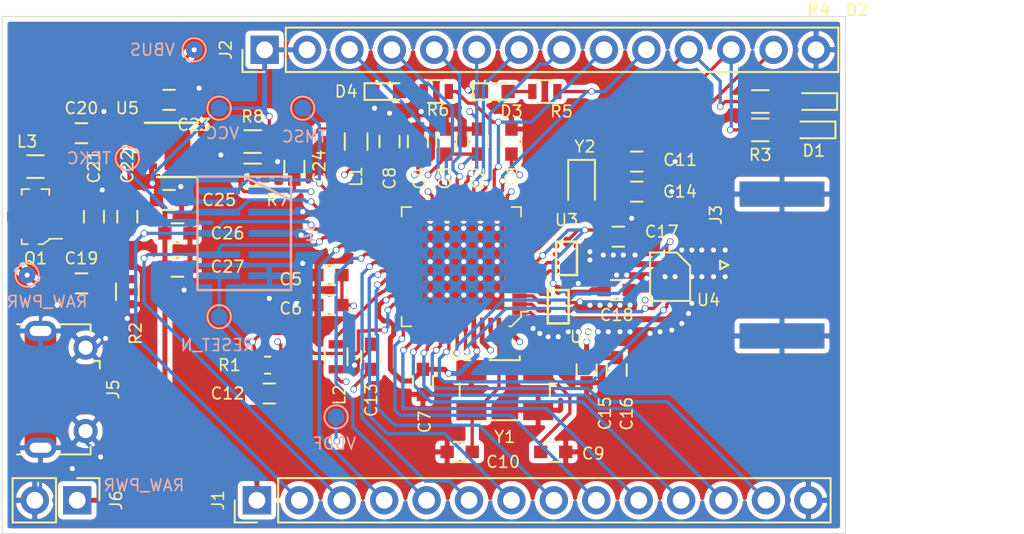
<source format=kicad_pcb>
(kicad_pcb (version 20171130) (host pcbnew "(5.1.0)-1")
  (layers (0 F.Cu signal) (1 In1.Cu power) (2 In2.Cu power) (31 B.Cu signal) (34 B.Paste user) (35 F.Paste user) (36 B.SilkS user) (37 F.SilkS user) (38 B.Mask user) (39 F.Mask user) (44 Edge.Cuts user))
  (net 0 "")
  (net 1 VDD)
  (net 2 GND)
  (net 3 "Net-(C8-Pad1)")
  (net 4 "Net-(C9-Pad1)")
  (net 5 "Net-(C10-Pad1)")
  (net 6 "Net-(C11-Pad1)")
  (net 7 /RESET_N)
  (net 8 VDDF)
  (net 9 "Net-(C14-Pad1)")
  (net 10 "Net-(J1-Pad12)")
  (net 11 "Net-(J1-Pad11)")
  (net 12 "Net-(J1-Pad10)")
  (net 13 "Net-(J1-Pad9)")
  (net 14 "Net-(J1-Pad8)")
  (net 15 "Net-(J1-Pad7)")
  (net 16 "Net-(J1-Pad6)")
  (net 17 "Net-(J1-Pad5)")
  (net 18 "Net-(J1-Pad4)")
  (net 19 "Net-(J2-Pad3)")
  (net 20 "Net-(J2-Pad4)")
  (net 21 "Net-(J2-Pad5)")
  (net 22 "Net-(J2-Pad6)")
  (net 23 "Net-(J2-Pad7)")
  (net 24 "Net-(J2-Pad8)")
  (net 25 "Net-(J3-Pad1)")
  (net 26 VCC)
  (net 27 /DCDC_SW)
  (net 28 "Net-(U1-Pad1)")
  (net 29 "Net-(U1-Pad2)")
  (net 30 "Net-(U1-Pad3)")
  (net 31 "Net-(U1-Pad4)")
  (net 32 "Net-(U1-Pad5)")
  (net 33 "Net-(U1-Pad6)")
  (net 34 /RX_TX)
  (net 35 /TMSC)
  (net 36 /TCKC)
  (net 37 /RF_SEL3)
  (net 38 /RF_SEL1)
  (net 39 /RF_SEL2)
  (net 40 "Net-(U2-Pad1)")
  (net 41 "Net-(U3-Pad1)")
  (net 42 "Net-(J2-Pad13)")
  (net 43 /DIO16)
  (net 44 /DIO17)
  (net 45 "Net-(J1-Pad13)")
  (net 46 "Net-(C18-Pad2)")
  (net 47 "Net-(C18-Pad1)")
  (net 48 "Net-(D1-Pad2)")
  (net 49 "Net-(D2-Pad2)")
  (net 50 "Net-(D3-Pad2)")
  (net 51 "Net-(D4-Pad2)")
  (net 52 /DIO6)
  (net 53 /DIO7)
  (net 54 /DIO8)
  (net 55 /DIO9)
  (net 56 "Net-(J4-Pad7)")
  (net 57 "Net-(J5-Pad2)")
  (net 58 "Net-(C19-Pad1)")
  (net 59 "Net-(J5-Pad4)")
  (net 60 "Net-(J5-Pad3)")
  (net 61 "Net-(C20-Pad1)")
  (net 62 VBUS)
  (net 63 "Net-(C19-Pad2)")
  (net 64 "Net-(C24-Pad2)")
  (net 65 "Net-(U3-Pad4)")
  (net 66 "Net-(U3-Pad6)")
  (net 67 "Net-(U3-Pad7)")
  (net 68 "Net-(U4-Pad2)")
  (net 69 "Net-(U5-Pad7)")
  (module cc1352p_radio:MLP-8 (layer F.Cu) (at 199.5 121.6 180)
    (fp_text reference U4 (at -2.3 -1.4) (layer F.SilkS) (effects (font (size 0.7 0.7) (thickness 0.1))))
    (fp_text value SKY13317-373)
    (pad 9 smd rect (at 0 0 180) (size 1.2 0.7) (layers F.Cu F.Paste F.Mask) (net 2 GND))
    (pad 4 smd rect (at 0.6 0.75 180) (size 0.2 0.4) (layers F.Cu F.Paste F.Mask) (net 41 "Net-(U3-Pad1)"))
    (pad 5 smd rect (at 0.6 -0.75 180) (size 0.2 0.4) (layers F.Cu F.Paste F.Mask) (net 47 "Net-(C18-Pad1)"))
    (pad 3 smd rect (at 0.2 0.75 180) (size 0.2 0.4) (layers F.Cu F.Paste F.Mask) (net 38 /RF_SEL1))
    (pad 6 smd rect (at 0.2 -0.75 180) (size 0.2 0.4) (layers F.Cu F.Paste F.Mask) (net 39 /RF_SEL2))
    (pad 2 smd rect (at -0.2 0.75 180) (size 0.2 0.4) (layers F.Cu F.Paste F.Mask) (net 68 "Net-(U4-Pad2)"))
    (pad 7 smd rect (at -0.2 -0.75 180) (size 0.2 0.4) (layers F.Cu F.Paste F.Mask) (net 37 /RF_SEL3))
    (pad 1 smd rect (at -0.6 0.75 180) (size 0.2 0.4) (layers F.Cu F.Paste F.Mask) (net 25 "Net-(J3-Pad1)"))
    (pad 8 smd rect (at -0.6 -0.75 180) (size 0.2 0.4) (layers F.Cu F.Paste F.Mask) (net 40 "Net-(U2-Pad1)"))
  )
  (module Capacitors_SMD:C_0603 (layer F.Cu) (at 170 121)
    (fp_text reference C27 (at 3 0) (layer F.SilkS) (effects (font (size 0.7 0.7) (thickness 0.1))))
    (fp_text value 10n)
    (pad 2 smd rect (at 0.75 0) (size 0.8 0.75) (layers F.Cu F.Paste F.Mask) (net 2 GND))
    (pad 1 smd rect (at -0.75 0) (size 0.8 0.75) (layers F.Cu F.Paste F.Mask) (net 26 VCC))
  )
  (module Capacitors_SMD:C_0603 (layer F.Cu) (at 170 119)
    (fp_text reference C26 (at 3 0) (layer F.SilkS) (effects (font (size 0.7 0.7) (thickness 0.1))))
    (fp_text value 0.1u)
    (pad 2 smd rect (at 0.75 0) (size 0.8 0.75) (layers F.Cu F.Paste F.Mask) (net 2 GND))
    (pad 1 smd rect (at -0.75 0) (size 0.8 0.75) (layers F.Cu F.Paste F.Mask) (net 26 VCC))
  )
  (module Capacitors_SMD:C_0603 (layer F.Cu) (at 169.5 117)
    (fp_text reference C25 (at 3 0) (layer F.SilkS) (effects (font (size 0.7 0.7) (thickness 0.1))))
    (fp_text value 2.2u)
    (pad 2 smd rect (at 0.75 0) (size 0.8 0.75) (layers F.Cu F.Paste F.Mask) (net 2 GND))
    (pad 1 smd rect (at -0.75 0) (size 0.8 0.75) (layers F.Cu F.Paste F.Mask) (net 26 VCC))
  )
  (module Capacitors_SMD:C_0603 (layer F.Cu) (at 177 115 270)
    (fp_text reference C24 (at 0 -1.5 270) (layer F.SilkS) (effects (font (size 0.7 0.7) (thickness 0.1))))
    (fp_text value 15p)
    (pad 2 smd rect (at 0.75 0 270) (size 0.8 0.75) (layers F.Cu F.Paste F.Mask) (net 64 "Net-(C24-Pad2)"))
    (pad 1 smd rect (at -0.75 0 270) (size 0.8 0.75) (layers F.Cu F.Paste F.Mask) (net 26 VCC))
  )
  (module Capacitors_SMD:C_0603 (layer F.Cu) (at 169.5 111)
    (fp_text reference C23 (at 1.5 1.5) (layer F.SilkS) (effects (font (size 0.7 0.7) (thickness 0.1))))
    (fp_text value 2.2u)
    (pad 2 smd rect (at 0.75 0) (size 0.8 0.75) (layers F.Cu F.Paste F.Mask) (net 2 GND))
    (pad 1 smd rect (at -0.75 0) (size 0.8 0.75) (layers F.Cu F.Paste F.Mask) (net 62 VBUS))
  )
  (module Capacitors_SMD:C_0603 (layer F.Cu) (at 167 118 90)
    (fp_text reference C22 (at 3 0 90) (layer F.SilkS) (effects (font (size 0.7 0.7) (thickness 0.1))))
    (fp_text value 3.3u)
    (pad 2 smd rect (at 0.75 0 90) (size 0.8 0.75) (layers F.Cu F.Paste F.Mask) (net 2 GND))
    (pad 1 smd rect (at -0.75 0 90) (size 0.8 0.75) (layers F.Cu F.Paste F.Mask) (net 62 VBUS))
  )
  (module Capacitors_SMD:C_0603 (layer F.Cu) (at 165 118 90)
    (fp_text reference C21 (at 3 0 270) (layer F.SilkS) (effects (font (size 0.7 0.7) (thickness 0.1))))
    (fp_text value 0.1u)
    (pad 2 smd rect (at 0.75 0 90) (size 0.8 0.75) (layers F.Cu F.Paste F.Mask) (net 2 GND))
    (pad 1 smd rect (at -0.75 0 90) (size 0.8 0.75) (layers F.Cu F.Paste F.Mask) (net 62 VBUS))
  )
  (module Capacitors_SMD:C_0603 (layer F.Cu) (at 164.25 113)
    (fp_text reference C20 (at 0 -1.5) (layer F.SilkS) (effects (font (size 0.7 0.7) (thickness 0.1))))
    (fp_text value 10n)
    (pad 2 smd rect (at 0.75 0) (size 0.8 0.75) (layers F.Cu F.Paste F.Mask) (net 2 GND))
    (pad 1 smd rect (at -0.75 0) (size 0.8 0.75) (layers F.Cu F.Paste F.Mask) (net 61 "Net-(C20-Pad1)"))
  )
  (module Capacitors_SMD:C_0603 (layer F.Cu) (at 164.25 122)
    (fp_text reference C19 (at 0 -1.5) (layer F.SilkS) (effects (font (size 0.7 0.7) (thickness 0.1))))
    (fp_text value 0.1u)
    (pad 2 smd rect (at 0.75 0) (size 0.8 0.75) (layers F.Cu F.Paste F.Mask) (net 63 "Net-(C19-Pad2)"))
    (pad 1 smd rect (at -0.75 0) (size 0.8 0.75) (layers F.Cu F.Paste F.Mask) (net 58 "Net-(C19-Pad1)"))
  )
  (module Capacitors_SMD:C_0603 (layer F.Cu) (at 196.3 122.4 180)
    (fp_text reference C18 (at 0 -1.5 180) (layer F.SilkS) (effects (font (size 0.7 0.7) (thickness 0.1))))
    (fp_text value 100p)
    (pad 2 smd rect (at 0.75 0 180) (size 0.8 0.75) (layers F.Cu F.Paste F.Mask) (net 46 "Net-(C18-Pad2)"))
    (pad 1 smd rect (at -0.75 0 180) (size 0.8 0.75) (layers F.Cu F.Paste F.Mask) (net 47 "Net-(C18-Pad1)"))
  )
  (module Capacitors_SMD:C_0603 (layer F.Cu) (at 196.4 119.2)
    (fp_text reference C17 (at 2.6 -0.3) (layer F.SilkS) (effects (font (size 0.7 0.7) (thickness 0.1))))
    (fp_text value 100p)
    (pad 2 smd rect (at 0.75 0) (size 0.8 0.75) (layers F.Cu F.Paste F.Mask) (net 2 GND))
    (pad 1 smd rect (at -0.75 0) (size 0.8 0.75) (layers F.Cu F.Paste F.Mask) (net 34 /RX_TX))
  )
  (module Capacitors_SMD:C_0603 (layer F.Cu) (at 196.3 127.2 270)
    (fp_text reference C16 (at 2.6125 -0.6 270) (layer F.SilkS) (effects (font (size 0.7 0.7) (thickness 0.1))))
    (fp_text value 0.1u)
    (pad 2 smd rect (at 0.75 0 270) (size 0.8 0.75) (layers F.Cu F.Paste F.Mask) (net 2 GND))
    (pad 1 smd rect (at -0.75 0 270) (size 0.8 0.75) (layers F.Cu F.Paste F.Mask) (net 8 VDDF))
  )
  (module Capacitors_SMD:C_0603 (layer F.Cu) (at 194.5 127.2 270)
    (fp_text reference C15 (at 2.5875 -1.1 270) (layer F.SilkS) (effects (font (size 0.7 0.7) (thickness 0.1))))
    (fp_text value 0.1u)
    (pad 2 smd rect (at 0.75 0 270) (size 0.8 0.75) (layers F.Cu F.Paste F.Mask) (net 2 GND))
    (pad 1 smd rect (at -0.75 0 270) (size 0.8 0.75) (layers F.Cu F.Paste F.Mask) (net 8 VDDF))
  )
  (module Capacitors_SMD:C_0603 (layer F.Cu) (at 197.5 116.5)
    (fp_text reference C14 (at 2.5875 0) (layer F.SilkS) (effects (font (size 0.7 0.7) (thickness 0.1))))
    (fp_text value 15p)
    (pad 2 smd rect (at 0.75 0) (size 0.8 0.75) (layers F.Cu F.Paste F.Mask) (net 2 GND))
    (pad 1 smd rect (at -0.75 0) (size 0.8 0.75) (layers F.Cu F.Paste F.Mask) (net 9 "Net-(C14-Pad1)"))
  )
  (module Capacitors_SMD:C_0603 (layer F.Cu) (at 181.6 126.4 90)
    (fp_text reference C13 (at -2.6 0 90) (layer F.SilkS) (effects (font (size 0.7 0.7) (thickness 0.1))))
    (fp_text value 22u)
    (pad 2 smd rect (at 0.75 0 90) (size 0.8 0.75) (layers F.Cu F.Paste F.Mask) (net 2 GND))
    (pad 1 smd rect (at -0.75 0 90) (size 0.8 0.75) (layers F.Cu F.Paste F.Mask) (net 8 VDDF))
  )
  (module Capacitors_SMD:C_0603 (layer F.Cu) (at 175.5 128.6)
    (fp_text reference C12 (at -2.5 0) (layer F.SilkS) (effects (font (size 0.7 0.7) (thickness 0.1))))
    (fp_text value 0.1u)
    (pad 2 smd rect (at 0.75 0) (size 0.8 0.75) (layers F.Cu F.Paste F.Mask) (net 2 GND))
    (pad 1 smd rect (at -0.75 0) (size 0.8 0.75) (layers F.Cu F.Paste F.Mask) (net 7 /RESET_N))
  )
  (module Capacitors_SMD:C_0603 (layer F.Cu) (at 197.5 114.7)
    (fp_text reference C11 (at 2.6 -0.1) (layer F.SilkS) (effects (font (size 0.7 0.7) (thickness 0.1))))
    (fp_text value 12p)
    (pad 2 smd rect (at 0.75 0) (size 0.8 0.75) (layers F.Cu F.Paste F.Mask) (net 2 GND))
    (pad 1 smd rect (at -0.75 0) (size 0.8 0.75) (layers F.Cu F.Paste F.Mask) (net 6 "Net-(C11-Pad1)"))
  )
  (module Capacitors_SMD:C_0603 (layer F.Cu) (at 186.9 132.1 180)
    (fp_text reference C10 (at -2.6 -0.6 180) (layer F.SilkS) (effects (font (size 0.7 0.7) (thickness 0.1))))
    (fp_text value DNP)
    (pad 2 smd rect (at 0.75 0 180) (size 0.8 0.75) (layers F.Cu F.Paste F.Mask) (net 2 GND))
    (pad 1 smd rect (at -0.75 0 180) (size 0.8 0.75) (layers F.Cu F.Paste F.Mask) (net 5 "Net-(C10-Pad1)"))
  )
  (module Capacitors_SMD:C_0603 (layer F.Cu) (at 192.5 132.1)
    (fp_text reference C9 (at 2.4 0.1) (layer F.SilkS) (effects (font (size 0.7 0.7) (thickness 0.1))))
    (fp_text value DNP)
    (pad 2 smd rect (at 0.75 0) (size 0.8 0.75) (layers F.Cu F.Paste F.Mask) (net 2 GND))
    (pad 1 smd rect (at -0.75 0) (size 0.8 0.75) (layers F.Cu F.Paste F.Mask) (net 4 "Net-(C9-Pad1)"))
  )
  (module Capacitors_SMD:C_0603 (layer F.Cu) (at 182.7 113.5 90)
    (fp_text reference C8 (at -2.2 0 90) (layer F.SilkS) (effects (font (size 0.7 0.7) (thickness 0.1))))
    (fp_text value 0.1u)
    (pad 2 smd rect (at 0.75 0 90) (size 0.8 0.75) (layers F.Cu F.Paste F.Mask) (net 2 GND))
    (pad 1 smd rect (at -0.75 0 90) (size 0.8 0.75) (layers F.Cu F.Paste F.Mask) (net 3 "Net-(C8-Pad1)"))
  )
  (module Capacitors_SMD:C_0603 (layer F.Cu) (at 184.7 127.9 270)
    (fp_text reference C7 (at 2.4 -0.1 270) (layer F.SilkS) (effects (font (size 0.7 0.7) (thickness 0.1))))
    (fp_text value 0.1u)
    (pad 2 smd rect (at 0.75 0 270) (size 0.8 0.75) (layers F.Cu F.Paste F.Mask) (net 2 GND))
    (pad 1 smd rect (at -0.75 0 270) (size 0.8 0.75) (layers F.Cu F.Paste F.Mask) (net 1 VDD))
  )
  (module Capacitors_SMD:C_0603 (layer F.Cu) (at 179.1 123.3 180)
    (fp_text reference C6 (at 2.3125 -0.2 180) (layer F.SilkS) (effects (font (size 0.7 0.7) (thickness 0.1))))
    (fp_text value 22u)
    (pad 2 smd rect (at 0.75 0 180) (size 0.8 0.75) (layers F.Cu F.Paste F.Mask) (net 2 GND))
    (pad 1 smd rect (at -0.75 0 180) (size 0.8 0.75) (layers F.Cu F.Paste F.Mask) (net 1 VDD))
  )
  (module Capacitors_SMD:C_0603 (layer F.Cu) (at 179.1 121.5 180)
    (fp_text reference C5 (at 2.3125 -0.25 180) (layer F.SilkS) (effects (font (size 0.7 0.7) (thickness 0.1))))
    (fp_text value 0.1u)
    (pad 2 smd rect (at 0.75 0 180) (size 0.8 0.75) (layers F.Cu F.Paste F.Mask) (net 2 GND))
    (pad 1 smd rect (at -0.75 0 180) (size 0.8 0.75) (layers F.Cu F.Paste F.Mask) (net 1 VDD))
  )
  (module Capacitors_SMD:C_0603 (layer F.Cu) (at 184.4 113.5 90)
    (fp_text reference C4 (at -2.2 0.1 90) (layer F.SilkS) (effects (font (size 0.7 0.7) (thickness 0.1))))
    (fp_text value 0.1u)
    (pad 2 smd rect (at 0.75 0 90) (size 0.8 0.75) (layers F.Cu F.Paste F.Mask) (net 2 GND))
    (pad 1 smd rect (at -0.75 0 90) (size 0.8 0.75) (layers F.Cu F.Paste F.Mask) (net 1 VDD))
  )
  (module Capacitors_SMD:C_0603 (layer F.Cu) (at 186.1 113.5 90)
    (fp_text reference C3 (at -2.2 -0.1 90) (layer F.SilkS) (effects (font (size 0.7 0.7) (thickness 0.1))))
    (fp_text value 12p)
    (pad 2 smd rect (at 0.75 0 90) (size 0.8 0.75) (layers F.Cu F.Paste F.Mask) (net 2 GND))
    (pad 1 smd rect (at -0.75 0 90) (size 0.8 0.75) (layers F.Cu F.Paste F.Mask) (net 1 VDD))
  )
  (module Capacitors_SMD:C_0603 (layer F.Cu) (at 188 113.5 90)
    (fp_text reference C2 (at -2.2 0 90) (layer F.SilkS) (effects (font (size 0.7 0.7) (thickness 0.1))))
    (fp_text value 0.1u)
    (pad 2 smd rect (at 0.75 0 90) (size 0.8 0.75) (layers F.Cu F.Paste F.Mask) (net 2 GND))
    (pad 1 smd rect (at -0.75 0 90) (size 0.8 0.75) (layers F.Cu F.Paste F.Mask) (net 1 VDD))
  )
  (module Capacitors_SMD:C_0603 (layer F.Cu) (at 190 113.5 90)
    (fp_text reference C1 (at -2 0 90) (layer F.SilkS) (effects (font (size 0.7 0.7) (thickness 0.1))))
    (fp_text value 12p)
    (pad 2 smd rect (at 0.75 0 90) (size 0.8 0.75) (layers F.Cu F.Paste F.Mask) (net 2 GND))
    (pad 1 smd rect (at -0.75 0 90) (size 0.8 0.75) (layers F.Cu F.Paste F.Mask) (net 1 VDD))
  )
  (module Housings_DFN_QFN:DFN-8-1EP_3x3mm_Pitch0.65mm (layer F.Cu) (at 170 114)
    (fp_text reference U5 (at -3 -2.5) (layer F.SilkS) (effects (font (size 0.7 0.7) (thickness 0.1))))
    (fp_text value TPS79601DR)
    (pad 1 smd rect (at -1.55 -0.975) (size 0.65 0.35) (layers F.Cu F.Paste F.Mask) (net 62 VBUS))
    (pad 2 smd rect (at -1.55 -0.325) (size 0.65 0.35) (layers F.Cu F.Paste F.Mask) (net 62 VBUS))
    (pad 3 smd rect (at -1.55 0.325) (size 0.65 0.35) (layers F.Cu F.Paste F.Mask) (net 26 VCC))
    (pad 4 smd rect (at -1.55 0.975) (size 0.65 0.35) (layers F.Cu F.Paste F.Mask) (net 26 VCC))
    (pad 5 smd rect (at 1.55 0.975) (size 0.65 0.35) (layers F.Cu F.Paste F.Mask) (net 64 "Net-(C24-Pad2)"))
    (pad 6 smd rect (at 1.55 0.325) (size 0.65 0.35) (layers F.Cu F.Paste F.Mask) (net 2 GND))
    (pad 7 smd rect (at 1.55 -0.325) (size 0.65 0.35) (layers F.Cu F.Paste F.Mask) (net 69 "Net-(U5-Pad7)"))
    (pad 8 smd rect (at 1.55 -0.975) (size 0.65 0.35) (layers F.Cu F.Paste F.Mask) (net 62 VBUS))
    (pad 9 smd rect (at 0.3875 0.6) (size 0.775 1.2) (layers F.Cu F.Paste F.Mask))
    (pad 9 smd rect (at 0.3875 -0.6) (size 0.775 1.2) (layers F.Cu F.Paste F.Mask))
    (pad 9 smd rect (at -0.3875 0.6) (size 0.775 1.2) (layers F.Cu F.Paste F.Mask))
    (pad 9 smd rect (at -0.3875 -0.6) (size 0.775 1.2) (layers F.Cu F.Paste F.Mask))
  )
  (module TestPoint:TestPoint_Pad_D1.0mm (layer B.Cu) (at 179.5 130)
    (fp_text reference TP7 hide)
    (fp_text value TestPoint)
    (pad 1 smd circle (at 0 0) (size 1 1) (layers B.Cu B.Mask) (net 8 VDDF))
  )
  (module TestPoint:TestPoint_Pad_D1.0mm (layer B.Cu) (at 172.5 111.5)
    (fp_text reference TP6 hide)
    (fp_text value TestPoint)
    (pad 1 smd circle (at 0 0) (size 1 1) (layers B.Cu B.Mask) (net 26 VCC))
  )
  (module TestPoint:TestPoint_Pad_D1.0mm (layer B.Cu) (at 172.5 124)
    (fp_text reference TP5 hide)
    (fp_text value TestPoint)
    (pad 1 smd circle (at 0 0) (size 1 1) (layers B.Cu B.Mask) (net 7 /RESET_N))
  )
  (module TestPoint:TestPoint_Pad_D1.0mm (layer B.Cu) (at 167 114.5)
    (fp_text reference TP4 hide)
    (fp_text value TestPoint)
    (pad 1 smd circle (at 0 0) (size 1 1) (layers B.Cu B.Mask) (net 36 /TCKC))
  )
  (module TestPoint:TestPoint_Pad_D1.0mm (layer B.Cu) (at 177.5 111.5)
    (fp_text reference TP3 hide)
    (fp_text value TestPoint)
    (pad 1 smd circle (at 0 0) (size 1 1) (layers B.Cu B.Mask) (net 35 /TMSC))
  )
  (module TestPoint:TestPoint_Pad_D1.0mm (layer B.Cu) (at 171 108)
    (fp_text reference TP2 hide)
    (fp_text value TestPoint)
    (pad 1 smd circle (at 0 0) (size 1 1) (layers B.Cu B.Mask) (net 62 VBUS))
  )
  (module TestPoint:TestPoint_Pad_D1.0mm (layer B.Cu) (at 161 121.5)
    (fp_text reference TP1 hide)
    (fp_text value TestPoint)
    (pad 1 smd circle (at 0 0) (size 1 1) (layers B.Cu B.Mask) (net 58 "Net-(C19-Pad1)"))
  )
  (module Resistors_SMD:R_0603 (layer F.Cu) (at 174.5 115.5)
    (fp_text reference R8 (at 0 -3.5) (layer F.SilkS) (effects (font (size 0.7 0.7) (thickness 0.1))))
    (fp_text value 30k)
    (pad 1 smd rect (at -0.75 0) (size 0.5 0.9) (layers F.Cu F.Paste F.Mask) (net 64 "Net-(C24-Pad2)"))
    (pad 2 smd rect (at 0.75 0) (size 0.5 0.9) (layers F.Cu F.Paste F.Mask) (net 2 GND))
  )
  (module Resistors_SMD:R_0603 (layer F.Cu) (at 174.5 113.5 180)
    (fp_text reference R7 (at -1.5 -3.5 180) (layer F.SilkS) (effects (font (size 0.7 0.7) (thickness 0.1))))
    (fp_text value 51k)
    (pad 1 smd rect (at -0.75 0 180) (size 0.5 0.9) (layers F.Cu F.Paste F.Mask) (net 26 VCC))
    (pad 2 smd rect (at 0.75 0 180) (size 0.5 0.9) (layers F.Cu F.Paste F.Mask) (net 64 "Net-(C24-Pad2)"))
  )
  (module Resistors_SMD:R_0603 (layer F.Cu) (at 185.5 110.5 180)
    (fp_text reference R6 (at -0.1 -1.1 180) (layer F.SilkS) (effects (font (size 0.7 0.7) (thickness 0.1))))
    (fp_text value 220)
    (pad 1 smd rect (at -0.75 0 180) (size 0.5 0.9) (layers F.Cu F.Paste F.Mask) (net 55 /DIO9))
    (pad 2 smd rect (at 0.75 0 180) (size 0.5 0.9) (layers F.Cu F.Paste F.Mask) (net 51 "Net-(D4-Pad2)"))
  )
  (module Resistors_SMD:R_0603 (layer F.Cu) (at 192 110.5 180)
    (fp_text reference R5 (at -1 -1.2 180) (layer F.SilkS) (effects (font (size 0.7 0.7) (thickness 0.1))))
    (fp_text value 220)
    (pad 1 smd rect (at -0.75 0 180) (size 0.5 0.9) (layers F.Cu F.Paste F.Mask) (net 54 /DIO8))
    (pad 2 smd rect (at 0.75 0 180) (size 0.5 0.9) (layers F.Cu F.Paste F.Mask) (net 50 "Net-(D3-Pad2)"))
  )
  (module Resistors_SMD:R_0603 (layer F.Cu) (at 204.9 111.1)
    (fp_text reference R4 (at 3.5 -5.5) (layer F.SilkS) (effects (font (size 0.7 0.7) (thickness 0.1))))
    (fp_text value 220)
    (pad 1 smd rect (at -0.75 0) (size 0.5 0.9) (layers F.Cu F.Paste F.Mask) (net 53 /DIO7))
    (pad 2 smd rect (at 0.75 0) (size 0.5 0.9) (layers F.Cu F.Paste F.Mask) (net 49 "Net-(D2-Pad2)"))
  )
  (module Resistors_SMD:R_0603 (layer F.Cu) (at 204.9 112.8)
    (fp_text reference R3 (at 0 1.5) (layer F.SilkS) (effects (font (size 0.7 0.7) (thickness 0.1))))
    (fp_text value 220)
    (pad 1 smd rect (at -0.75 0) (size 0.5 0.9) (layers F.Cu F.Paste F.Mask) (net 52 /DIO6))
    (pad 2 smd rect (at 0.75 0) (size 0.5 0.9) (layers F.Cu F.Paste F.Mask) (net 48 "Net-(D1-Pad2)"))
  )
  (module Resistors_SMD:R_0603 (layer F.Cu) (at 167 122.5 270)
    (fp_text reference R2 (at 2.5 -0.5 270) (layer F.SilkS) (effects (font (size 0.7 0.7) (thickness 0.1))))
    (fp_text value 510k)
    (pad 1 smd rect (at -0.75 0 270) (size 0.5 0.9) (layers F.Cu F.Paste F.Mask) (net 63 "Net-(C19-Pad2)"))
    (pad 2 smd rect (at 0.75 0 270) (size 0.5 0.9) (layers F.Cu F.Paste F.Mask) (net 2 GND))
  )
  (module digikey-footprints:SOT-23-3 (layer F.Cu) (at 161.5 118 180)
    (fp_text reference Q1 (at 0 -2.5) (layer F.SilkS) (effects (font (size 0.7 0.7) (thickness 0.1))))
    (fp_text value DMG2305UX-13)
    (pad 1 smd rect (at -1.05 -0.95 180) (size 1.3 0.6) (layers F.Cu F.Paste F.Mask) (net 63 "Net-(C19-Pad2)"))
    (pad 2 smd rect (at -1.05 0.95 180) (size 1.3 0.6) (layers F.Cu F.Paste F.Mask) (net 61 "Net-(C20-Pad1)"))
    (pad 3 smd rect (at 1.05 0 180) (size 1.3 0.6) (layers F.Cu F.Paste F.Mask) (net 58 "Net-(C19-Pad1)"))
  )
  (module Inductors_SMD:L_0603 (layer F.Cu) (at 161.5 115)
    (fp_text reference L3 (at -0.5 -1.5) (layer F.SilkS) (effects (font (size 0.7 0.7) (thickness 0.1))))
    (fp_text value BLM18HE152SN1)
    (pad 1 smd rect (at -0.75 0) (size 0.5 0.9) (layers F.Cu F.Paste F.Mask) (net 61 "Net-(C20-Pad1)"))
    (pad 2 smd rect (at 0.75 0) (size 0.5 0.9) (layers F.Cu F.Paste F.Mask) (net 62 VBUS))
  )
  (module Inductors_SMD:L_0603 (layer F.Cu) (at 179.5 126.4 270)
    (fp_text reference L2 (at 2.2875 -0.2 270) (layer F.SilkS) (effects (font (size 0.7 0.7) (thickness 0.1))))
    (fp_text value 6.8u)
    (pad 1 smd rect (at -0.75 0 270) (size 0.5 0.9) (layers F.Cu F.Paste F.Mask) (net 27 /DCDC_SW))
    (pad 2 smd rect (at 0.75 0 270) (size 0.5 0.9) (layers F.Cu F.Paste F.Mask) (net 8 VDDF))
  )
  (module Inductors_SMD:L_0603 (layer F.Cu) (at 180.7 113.5 270)
    (fp_text reference L1 (at 2.1 0 270) (layer F.SilkS) (effects (font (size 0.7 0.7) (thickness 0.1))))
    (fp_text value BLM18HE152SN1)
    (pad 1 smd rect (at -0.75 0 270) (size 0.5 0.9) (layers F.Cu F.Paste F.Mask) (net 26 VCC))
    (pad 2 smd rect (at 0.75 0 270) (size 0.5 0.9) (layers F.Cu F.Paste F.Mask) (net 1 VDD))
  )
  (module Pin_Headers:Pin_Header_Straight_1x02_Pitch2.54mm (layer F.Cu) (at 164 135 270)
    (fp_text reference J6 (at 0 -2.33 270) (layer F.SilkS) (effects (font (size 0.7 0.7) (thickness 0.1))))
    (fp_text value Conn_01x02_Male)
    (pad 1 thru_hole rect (at 0 0 270) (size 1.7 1.7) (drill 1) (layers *.Cu *.Mask) (net 58 "Net-(C19-Pad1)"))
    (pad 2 thru_hole oval (at 0 2.54 270) (size 1.7 1.7) (drill 1) (layers *.Cu *.Mask) (net 2 GND))
  )
  (module Connectors_USB:USB_Micro-B_Molex-105017-0001 (layer F.Cu) (at 162.15 128.35 270)
    (fp_text reference J5 (at 0 -4 270) (layer F.SilkS) (effects (font (size 0.7 0.7) (thickness 0.1))))
    (fp_text value USB_B_Micro)
    (pad 6 smd rect (at 1 0.35 270) (size 1.5 1.9) (layers F.Cu F.Paste F.Mask) (net 2 GND))
    (pad 6 thru_hole circle (at -2.5 -2.35 270) (size 1.45 1.45) (drill 0.85) (layers *.Cu *.Mask) (net 2 GND))
    (pad 2 smd rect (at -0.65 -2.35 270) (size 0.4 1.35) (layers F.Cu F.Paste F.Mask) (net 57 "Net-(J5-Pad2)"))
    (pad 1 smd rect (at -1.3 -2.35 270) (size 0.4 1.35) (layers F.Cu F.Paste F.Mask) (net 58 "Net-(C19-Pad1)"))
    (pad 5 smd rect (at 1.3 -2.35 270) (size 0.4 1.35) (layers F.Cu F.Paste F.Mask) (net 2 GND))
    (pad 4 smd rect (at 0.65 -2.35 270) (size 0.4 1.35) (layers F.Cu F.Paste F.Mask) (net 59 "Net-(J5-Pad4)"))
    (pad 3 smd rect (at 0 -2.35 270) (size 0.4 1.35) (layers F.Cu F.Paste F.Mask) (net 60 "Net-(J5-Pad3)"))
    (pad 6 thru_hole circle (at 2.5 -2.35 270) (size 1.45 1.45) (drill 0.85) (layers *.Cu *.Mask) (net 2 GND))
    (pad 6 smd rect (at -1 0.35 270) (size 1.5 1.9) (layers F.Cu F.Paste F.Mask) (net 2 GND))
    (pad 6 thru_hole oval (at -3.5 0.35 90) (size 1.2 1.9) (drill oval 0.6 1.3) (layers *.Cu *.Mask) (net 2 GND))
    (pad 6 thru_hole oval (at 3.5 0.35 270) (size 1.2 1.9) (drill oval 0.6 1.3) (layers *.Cu *.Mask) (net 2 GND))
    (pad 6 smd rect (at 2.9 0.35 270) (size 1.2 1.9) (layers F.Cu F.Mask) (net 2 GND))
    (pad 6 smd rect (at -2.9 0.35 270) (size 1.2 1.9) (layers F.Cu F.Mask) (net 2 GND))
  )
  (module LEDs:LED_0603 (layer F.Cu) (at 182.5 110.5)
    (fp_text reference D4 (at -2.4 0) (layer F.SilkS) (effects (font (size 0.7 0.7) (thickness 0.1))))
    (fp_text value LED)
    (pad 2 smd rect (at 0.8 0 180) (size 0.8 0.8) (layers F.Cu F.Paste F.Mask) (net 51 "Net-(D4-Pad2)"))
    (pad 1 smd rect (at -0.8 0 180) (size 0.8 0.8) (layers F.Cu F.Paste F.Mask) (net 2 GND))
  )
  (module LEDs:LED_0603 (layer F.Cu) (at 189 110.5)
    (fp_text reference D3 (at 1 1.2) (layer F.SilkS) (effects (font (size 0.7 0.7) (thickness 0.1))))
    (fp_text value LED)
    (pad 2 smd rect (at 0.8 0 180) (size 0.8 0.8) (layers F.Cu F.Paste F.Mask) (net 50 "Net-(D3-Pad2)"))
    (pad 1 smd rect (at -0.8 0 180) (size 0.8 0.8) (layers F.Cu F.Paste F.Mask) (net 2 GND))
  )
  (module LEDs:LED_0603 (layer F.Cu) (at 208.2 111.1 180)
    (fp_text reference D2 (at -2.5 5.5 180) (layer F.SilkS) (effects (font (size 0.7 0.7) (thickness 0.1))))
    (fp_text value LED)
    (pad 2 smd rect (at 0.8 0) (size 0.8 0.8) (layers F.Cu F.Paste F.Mask) (net 49 "Net-(D2-Pad2)"))
    (pad 1 smd rect (at -0.8 0) (size 0.8 0.8) (layers F.Cu F.Paste F.Mask) (net 2 GND))
  )
  (module LEDs:LED_0603 (layer F.Cu) (at 208.1 112.8 180)
    (fp_text reference D1 (at 0 -1.25 180) (layer F.SilkS) (effects (font (size 0.7 0.7) (thickness 0.1))))
    (fp_text value LED)
    (pad 2 smd rect (at 0.8 0) (size 0.8 0.8) (layers F.Cu F.Paste F.Mask) (net 48 "Net-(D1-Pad2)"))
    (pad 1 smd rect (at -0.8 0) (size 0.8 0.8) (layers F.Cu F.Paste F.Mask) (net 2 GND))
  )
  (module Crystal:Crystal_SMD_2012-2Pin_2.0x1.2mm (layer F.Cu) (at 194.2 115.8 270)
    (fp_text reference Y2 (at -2 -0.2) (layer F.SilkS) (effects (font (size 0.7 0.7) (thickness 0.1))))
    (fp_text value 32.768kHz)
    (pad 2 smd rect (at 0.7 0 270) (size 0.6 1.1) (layers F.Cu F.Paste F.Mask) (net 9 "Net-(C14-Pad1)"))
    (pad 1 smd rect (at -0.7 0 270) (size 0.6 1.1) (layers F.Cu F.Paste F.Mask) (net 6 "Net-(C11-Pad1)"))
  )
  (module KicadFootprint:FTSH-105-01-L-DV-K (layer B.Cu) (at 174 119 270)
    (fp_text reference J4 (at 0 -3.9 270) (layer B.SilkS) (effects (font (size 0.7 0.7) (thickness 0.1)) (justify mirror)))
    (fp_text value Conn_02x05_Odd_Even)
    (pad 5 smd rect (at 0 -1.5 270) (size 0.41 2.5) (layers B.Cu B.Paste B.Mask) (net 2 GND))
    (pad 6 smd rect (at 0 1.5 270) (size 0.41 2.5) (layers B.Cu B.Paste B.Mask) (net 43 /DIO16))
    (pad 4 smd rect (at -1.27 1.5 270) (size 0.41 2.5) (layers B.Cu B.Paste B.Mask) (net 36 /TCKC))
    (pad 2 smd rect (at -2.54 1.5 270) (size 0.41 2.5) (layers B.Cu B.Paste B.Mask) (net 35 /TMSC))
    (pad 8 smd rect (at 1.27 1.5 270) (size 0.41 2.5) (layers B.Cu B.Paste B.Mask) (net 44 /DIO17))
    (pad 10 smd rect (at 2.54 1.5 270) (size 0.41 2.5) (layers B.Cu B.Paste B.Mask) (net 7 /RESET_N))
    (pad 3 smd rect (at -1.27 -1.5 270) (size 0.41 2.5) (layers B.Cu B.Paste B.Mask) (net 2 GND))
    (pad 1 smd rect (at -2.54 -1.5 270) (size 0.41 2.5) (layers B.Cu B.Paste B.Mask) (net 1 VDD))
    (pad 7 smd rect (at 1.27 -1.5 270) (size 0.41 2.5) (layers B.Cu B.Paste B.Mask) (net 56 "Net-(J4-Pad7)"))
    (pad 9 smd rect (at 2.54 -1.5 270) (size 0.41 2.5) (layers B.Cu B.Paste B.Mask) (net 2 GND))
  )
  (module Connector_PinHeader_2.54mm:PinHeader_1x14_P2.54mm_Vertical (layer F.Cu) (at 175.22 108 90)
    (fp_text reference J2 (at 0 -2.33 90) (layer F.SilkS) (effects (font (size 0.7 0.7) (thickness 0.1))))
    (fp_text value Conn_01x14_Female)
    (pad 14 thru_hole oval (at 0 33.02 90) (size 1.7 1.7) (drill 1) (layers *.Cu *.Mask) (net 2 GND))
    (pad 13 thru_hole oval (at 0 30.48 90) (size 1.7 1.7) (drill 1) (layers *.Cu *.Mask) (net 42 "Net-(J2-Pad13)"))
    (pad 12 thru_hole oval (at 0 27.94 90) (size 1.7 1.7) (drill 1) (layers *.Cu *.Mask) (net 52 /DIO6))
    (pad 11 thru_hole oval (at 0 25.4 90) (size 1.7 1.7) (drill 1) (layers *.Cu *.Mask) (net 53 /DIO7))
    (pad 10 thru_hole oval (at 0 22.86 90) (size 1.7 1.7) (drill 1) (layers *.Cu *.Mask) (net 54 /DIO8))
    (pad 9 thru_hole oval (at 0 20.32 90) (size 1.7 1.7) (drill 1) (layers *.Cu *.Mask) (net 55 /DIO9))
    (pad 8 thru_hole oval (at 0 17.78 90) (size 1.7 1.7) (drill 1) (layers *.Cu *.Mask) (net 24 "Net-(J2-Pad8)"))
    (pad 7 thru_hole oval (at 0 15.24 90) (size 1.7 1.7) (drill 1) (layers *.Cu *.Mask) (net 23 "Net-(J2-Pad7)"))
    (pad 6 thru_hole oval (at 0 12.7 90) (size 1.7 1.7) (drill 1) (layers *.Cu *.Mask) (net 22 "Net-(J2-Pad6)"))
    (pad 5 thru_hole oval (at 0 10.16 90) (size 1.7 1.7) (drill 1) (layers *.Cu *.Mask) (net 21 "Net-(J2-Pad5)"))
    (pad 4 thru_hole oval (at 0 7.62 90) (size 1.7 1.7) (drill 1) (layers *.Cu *.Mask) (net 20 "Net-(J2-Pad4)"))
    (pad 3 thru_hole oval (at 0 5.08 90) (size 1.7 1.7) (drill 1) (layers *.Cu *.Mask) (net 19 "Net-(J2-Pad3)"))
    (pad 2 thru_hole oval (at 0 2.54 90) (size 1.7 1.7) (drill 1) (layers *.Cu *.Mask) (net 26 VCC))
    (pad 1 thru_hole rect (at 0 0 90) (size 1.7 1.7) (drill 1) (layers *.Cu *.Mask) (net 26 VCC))
  )
  (module Connector_PinHeader_2.54mm:PinHeader_1x14_P2.54mm_Vertical (layer F.Cu) (at 174.76 135 90)
    (fp_text reference J1 (at 0 -2.33 90) (layer F.SilkS) (effects (font (size 0.7 0.7) (thickness 0.1))))
    (fp_text value Conn_01x14_Female)
    (pad 14 thru_hole oval (at 0 33.02 90) (size 1.7 1.7) (drill 1) (layers *.Cu *.Mask) (net 2 GND))
    (pad 13 thru_hole oval (at 0 30.48 90) (size 1.7 1.7) (drill 1) (layers *.Cu *.Mask) (net 45 "Net-(J1-Pad13)"))
    (pad 12 thru_hole oval (at 0 27.94 90) (size 1.7 1.7) (drill 1) (layers *.Cu *.Mask) (net 10 "Net-(J1-Pad12)"))
    (pad 11 thru_hole oval (at 0 25.4 90) (size 1.7 1.7) (drill 1) (layers *.Cu *.Mask) (net 11 "Net-(J1-Pad11)"))
    (pad 10 thru_hole oval (at 0 22.86 90) (size 1.7 1.7) (drill 1) (layers *.Cu *.Mask) (net 12 "Net-(J1-Pad10)"))
    (pad 9 thru_hole oval (at 0 20.32 90) (size 1.7 1.7) (drill 1) (layers *.Cu *.Mask) (net 13 "Net-(J1-Pad9)"))
    (pad 8 thru_hole oval (at 0 17.78 90) (size 1.7 1.7) (drill 1) (layers *.Cu *.Mask) (net 14 "Net-(J1-Pad8)"))
    (pad 7 thru_hole oval (at 0 15.24 90) (size 1.7 1.7) (drill 1) (layers *.Cu *.Mask) (net 15 "Net-(J1-Pad7)"))
    (pad 6 thru_hole oval (at 0 12.7 90) (size 1.7 1.7) (drill 1) (layers *.Cu *.Mask) (net 16 "Net-(J1-Pad6)"))
    (pad 5 thru_hole oval (at 0 10.16 90) (size 1.7 1.7) (drill 1) (layers *.Cu *.Mask) (net 17 "Net-(J1-Pad5)"))
    (pad 4 thru_hole oval (at 0 7.62 90) (size 1.7 1.7) (drill 1) (layers *.Cu *.Mask) (net 18 "Net-(J1-Pad4)"))
    (pad 3 thru_hole oval (at 0 5.08 90) (size 1.7 1.7) (drill 1) (layers *.Cu *.Mask) (net 44 /DIO17))
    (pad 2 thru_hole oval (at 0 2.54 90) (size 1.7 1.7) (drill 1) (layers *.Cu *.Mask) (net 43 /DIO16))
    (pad 1 thru_hole rect (at 0 0 90) (size 1.7 1.7) (drill 1) (layers *.Cu *.Mask) (net 26 VCC))
  )
  (module Connector_Coaxial:SMA_Amphenol_132289_EdgeMount (layer F.Cu) (at 206.2 120.9)
    (fp_text reference J3 (at -3.96 -3 90) (layer F.SilkS) (effects (font (size 0.7 0.7) (thickness 0.1))))
    (fp_text value Conn_Coaxial)
    (pad 2 smd rect (at 0 4.25 90) (size 1.5 5.08) (layers B.Cu B.Paste B.Mask) (net 2 GND))
    (pad 2 smd rect (at 0 -4.25 90) (size 1.5 5.08) (layers B.Cu B.Paste B.Mask) (net 2 GND))
    (pad 2 smd rect (at 0 4.25 90) (size 1.5 5.08) (layers F.Cu F.Paste F.Mask) (net 2 GND))
    (pad 2 smd rect (at 0 -4.25 90) (size 1.5 5.08) (layers F.Cu F.Paste F.Mask) (net 2 GND))
    (pad 1 smd rect (at 0 0 90) (size 1.5 5.08) (layers F.Cu F.Paste F.Mask) (net 25 "Net-(J3-Pad1)"))
  )
  (module Resistor_SMD:R_0603_1608Metric (layer F.Cu) (at 175.4 126.9 180)
    (fp_text reference R1 (at 2.2875 0 180) (layer F.SilkS) (effects (font (size 0.7 0.7) (thickness 0.1))))
    (fp_text value 100k)
    (pad 1 smd roundrect (at -0.7875 0 180) (size 0.875 0.95) (layers F.Cu F.Paste F.Mask) (net 1 VDD))
    (pad 2 smd roundrect (at 0.7875 0 180) (size 0.875 0.95) (layers F.Cu F.Paste F.Mask) (net 7 /RESET_N))
  )
  (module digikey-footprints:QFN-48-1EP_7x7mm (layer F.Cu) (at 187 121 180)
    (fp_text reference U1 (at 0 -5.29 180) (layer F.SilkS) (effects (font (size 0.7 0.7) (thickness 0.1))))
    (fp_text value CC1352PF3RGZ)
    (pad 37 smd rect (at 2.75 -3.475 180) (size 0.28 0.85) (layers F.Cu F.Paste F.Mask) (net 12 "Net-(J1-Pad10)"))
    (pad 13 smd rect (at -2.75 3.475 180) (size 0.28 0.85) (layers F.Cu F.Paste F.Mask) (net 1 VDD))
    (pad 1 smd rect (at -3.475 -2.75 180) (size 0.85 0.28) (layers F.Cu F.Paste F.Mask) (net 28 "Net-(U1-Pad1)"))
    (pad 2 smd rect (at -3.475 -2.25 180) (size 0.85 0.28) (layers F.Cu F.Paste F.Mask) (net 29 "Net-(U1-Pad2)"))
    (pad 3 smd rect (at -3.475 -1.75 180) (size 0.85 0.28) (layers F.Cu F.Paste F.Mask) (net 30 "Net-(U1-Pad3)"))
    (pad 4 smd rect (at -3.475 -1.25 180) (size 0.85 0.28) (layers F.Cu F.Paste F.Mask) (net 31 "Net-(U1-Pad4)"))
    (pad 5 smd rect (at -3.475 -0.75 180) (size 0.85 0.28) (layers F.Cu F.Paste F.Mask) (net 32 "Net-(U1-Pad5)"))
    (pad 6 smd rect (at -3.475 -0.25 180) (size 0.85 0.28) (layers F.Cu F.Paste F.Mask) (net 33 "Net-(U1-Pad6)"))
    (pad 7 smd rect (at -3.475 0.25 180) (size 0.85 0.28) (layers F.Cu F.Paste F.Mask) (net 34 /RX_TX))
    (pad 8 smd rect (at -3.475 0.75 180) (size 0.85 0.28) (layers F.Cu F.Paste F.Mask) (net 9 "Net-(C14-Pad1)"))
    (pad 9 smd rect (at -3.475 1.25 180) (size 0.85 0.28) (layers F.Cu F.Paste F.Mask) (net 6 "Net-(C11-Pad1)"))
    (pad 10 smd rect (at -3.475 1.75 180) (size 0.85 0.28) (layers F.Cu F.Paste F.Mask) (net 42 "Net-(J2-Pad13)"))
    (pad 11 smd rect (at -3.475 2.25 180) (size 0.85 0.28) (layers F.Cu F.Paste F.Mask) (net 52 /DIO6))
    (pad 12 smd rect (at -3.475 2.75 180) (size 0.85 0.28) (layers F.Cu F.Paste F.Mask) (net 53 /DIO7))
    (pad 14 smd rect (at -2.25 3.475 180) (size 0.28 0.85) (layers F.Cu F.Paste F.Mask) (net 54 /DIO8))
    (pad 15 smd rect (at -1.75 3.475 180) (size 0.28 0.85) (layers F.Cu F.Paste F.Mask) (net 55 /DIO9))
    (pad 16 smd rect (at -1.25 3.475 180) (size 0.28 0.85) (layers F.Cu F.Paste F.Mask) (net 24 "Net-(J2-Pad8)"))
    (pad 17 smd rect (at -0.75 3.475 180) (size 0.28 0.85) (layers F.Cu F.Paste F.Mask) (net 23 "Net-(J2-Pad7)"))
    (pad 18 smd rect (at -0.25 3.475 180) (size 0.28 0.85) (layers F.Cu F.Paste F.Mask) (net 22 "Net-(J2-Pad6)"))
    (pad 19 smd rect (at 0.25 3.475 180) (size 0.28 0.85) (layers F.Cu F.Paste F.Mask) (net 21 "Net-(J2-Pad5)"))
    (pad 20 smd rect (at 0.75 3.475 180) (size 0.28 0.85) (layers F.Cu F.Paste F.Mask) (net 20 "Net-(J2-Pad4)"))
    (pad 21 smd rect (at 1.25 3.475 180) (size 0.28 0.85) (layers F.Cu F.Paste F.Mask) (net 19 "Net-(J2-Pad3)"))
    (pad 22 smd rect (at 1.75 3.475 180) (size 0.28 0.85) (layers F.Cu F.Paste F.Mask) (net 1 VDD))
    (pad 23 smd rect (at 2.25 3.475 180) (size 0.28 0.85) (layers F.Cu F.Paste F.Mask) (net 3 "Net-(C8-Pad1)"))
    (pad 24 smd rect (at 2.75 3.475 180) (size 0.28 0.85) (layers F.Cu F.Paste F.Mask) (net 35 /TMSC))
    (pad 25 smd rect (at 3.475 2.75 180) (size 0.85 0.28) (layers F.Cu F.Paste F.Mask) (net 36 /TCKC))
    (pad 26 smd rect (at 3.475 2.25 180) (size 0.85 0.28) (layers F.Cu F.Paste F.Mask) (net 43 /DIO16))
    (pad 27 smd rect (at 3.475 1.75 180) (size 0.85 0.28) (layers F.Cu F.Paste F.Mask) (net 44 /DIO17))
    (pad 28 smd rect (at 3.475 1.25 180) (size 0.85 0.28) (layers F.Cu F.Paste F.Mask) (net 18 "Net-(J1-Pad4)"))
    (pad 29 smd rect (at 3.475 0.75 180) (size 0.85 0.28) (layers F.Cu F.Paste F.Mask) (net 17 "Net-(J1-Pad5)"))
    (pad 30 smd rect (at 3.475 0.25 180) (size 0.85 0.28) (layers F.Cu F.Paste F.Mask) (net 16 "Net-(J1-Pad6)"))
    (pad 31 smd rect (at 3.475 -0.25 180) (size 0.85 0.28) (layers F.Cu F.Paste F.Mask) (net 15 "Net-(J1-Pad7)"))
    (pad 32 smd rect (at 3.475 -0.75 180) (size 0.85 0.28) (layers F.Cu F.Paste F.Mask) (net 14 "Net-(J1-Pad8)"))
    (pad 33 smd rect (at 3.475 -1.25 180) (size 0.85 0.28) (layers F.Cu F.Paste F.Mask) (net 27 /DCDC_SW))
    (pad 34 smd rect (at 3.475 -1.75 180) (size 0.85 0.28) (layers F.Cu F.Paste F.Mask) (net 1 VDD))
    (pad 35 smd rect (at 3.475 -2.25 180) (size 0.85 0.28) (layers F.Cu F.Paste F.Mask) (net 7 /RESET_N))
    (pad 36 smd rect (at 3.475 -2.75 180) (size 0.85 0.28) (layers F.Cu F.Paste F.Mask) (net 13 "Net-(J1-Pad9)"))
    (pad 38 smd rect (at 2.25 -3.475 180) (size 0.28 0.85) (layers F.Cu F.Paste F.Mask) (net 11 "Net-(J1-Pad11)"))
    (pad 39 smd rect (at 1.75 -3.475 180) (size 0.28 0.85) (layers F.Cu F.Paste F.Mask) (net 10 "Net-(J1-Pad12)"))
    (pad 40 smd rect (at 1.25 -3.475 180) (size 0.28 0.85) (layers F.Cu F.Paste F.Mask) (net 45 "Net-(J1-Pad13)"))
    (pad 41 smd rect (at 0.75 -3.475 180) (size 0.28 0.85) (layers F.Cu F.Paste F.Mask) (net 37 /RF_SEL3))
    (pad 42 smd rect (at 0.25 -3.475 180) (size 0.28 0.85) (layers F.Cu F.Paste F.Mask) (net 38 /RF_SEL1))
    (pad 43 smd rect (at -0.25 -3.475 180) (size 0.28 0.85) (layers F.Cu F.Paste F.Mask) (net 39 /RF_SEL2))
    (pad 44 smd rect (at -0.75 -3.475 180) (size 0.28 0.85) (layers F.Cu F.Paste F.Mask) (net 1 VDD))
    (pad 45 smd rect (at -1.25 -3.475 180) (size 0.28 0.85) (layers F.Cu F.Paste F.Mask) (net 8 VDDF))
    (pad 46 smd rect (at -1.75 -3.475 180) (size 0.28 0.85) (layers F.Cu F.Paste F.Mask) (net 5 "Net-(C10-Pad1)"))
    (pad 47 smd rect (at -2.25 -3.475 180) (size 0.28 0.85) (layers F.Cu F.Paste F.Mask) (net 4 "Net-(C9-Pad1)"))
    (pad 48 smd rect (at -2.75 -3.475 180) (size 0.28 0.85) (layers F.Cu F.Paste F.Mask) (net 8 VDDF))
    (pad 49 smd rect (at 0 0 180) (size 5.15 5.15) (layers F.Cu F.Paste F.Mask) (net 2 GND))
    (pad 49 thru_hole circle (at 1.86 -1.7 90) (size 0.3 0.3) (drill 0.3) (layers *.Cu *.Mask) (net 2 GND))
    (pad 49 thru_hole circle (at 1.86 -0.7 90) (size 0.3 0.3) (drill 0.3) (layers *.Cu *.Mask) (net 2 GND))
    (pad 49 thru_hole circle (at 1.86 0.3 90) (size 0.3 0.3) (drill 0.3) (layers *.Cu *.Mask) (net 2 GND))
    (pad 49 thru_hole circle (at 1.86 1.3 90) (size 0.3 0.3) (drill 0.3) (layers *.Cu *.Mask) (net 2 GND))
    (pad 49 thru_hole circle (at 1.86 2.3 90) (size 0.3 0.3) (drill 0.3) (layers *.Cu *.Mask) (net 2 GND))
    (pad 49 thru_hole circle (at 0.86 -1.7 90) (size 0.3 0.3) (drill 0.3) (layers *.Cu *.Mask) (net 2 GND))
    (pad 49 thru_hole circle (at 0.86 -0.7 90) (size 0.3 0.3) (drill 0.3) (layers *.Cu *.Mask) (net 2 GND))
    (pad 49 thru_hole circle (at 0.86 0.3 90) (size 0.3 0.3) (drill 0.3) (layers *.Cu *.Mask) (net 2 GND))
    (pad 49 thru_hole circle (at 0.86 1.3 90) (size 0.3 0.3) (drill 0.3) (layers *.Cu *.Mask) (net 2 GND))
    (pad 49 thru_hole circle (at 0.86 2.3 90) (size 0.3 0.3) (drill 0.3) (layers *.Cu *.Mask) (net 2 GND))
    (pad 49 thru_hole circle (at -0.14 -1.7 90) (size 0.3 0.3) (drill 0.3) (layers *.Cu *.Mask) (net 2 GND))
    (pad 49 thru_hole circle (at -0.14 -0.7 90) (size 0.3 0.3) (drill 0.3) (layers *.Cu *.Mask) (net 2 GND))
    (pad 49 thru_hole circle (at -0.14 0.3 90) (size 0.3 0.3) (drill 0.3) (layers *.Cu *.Mask) (net 2 GND))
    (pad 49 thru_hole circle (at -0.14 1.3 90) (size 0.3 0.3) (drill 0.3) (layers *.Cu *.Mask) (net 2 GND))
    (pad 49 thru_hole circle (at -0.14 2.3 90) (size 0.3 0.3) (drill 0.3) (layers *.Cu *.Mask) (net 2 GND))
    (pad 49 thru_hole circle (at -1.14 -1.7 90) (size 0.3 0.3) (drill 0.3) (layers *.Cu *.Mask) (net 2 GND))
    (pad 49 thru_hole circle (at -1.14 -0.7 90) (size 0.3 0.3) (drill 0.3) (layers *.Cu *.Mask) (net 2 GND))
    (pad 49 thru_hole circle (at -1.14 0.3 90) (size 0.3 0.3) (drill 0.3) (layers *.Cu *.Mask) (net 2 GND))
    (pad 49 thru_hole circle (at -1.14 1.3 90) (size 0.3 0.3) (drill 0.3) (layers *.Cu *.Mask) (net 2 GND))
    (pad 49 thru_hole circle (at -1.14 2.3 90) (size 0.3 0.3) (drill 0.3) (layers *.Cu *.Mask) (net 2 GND))
    (pad 49 thru_hole circle (at -2.14 -1.7 90) (size 0.3 0.3) (drill 0.3) (layers *.Cu *.Mask) (net 2 GND))
    (pad 49 thru_hole circle (at -2.14 -0.7 90) (size 0.3 0.3) (drill 0.3) (layers *.Cu *.Mask) (net 2 GND))
    (pad 49 thru_hole circle (at -2.14 0.3 90) (size 0.3 0.3) (drill 0.3) (layers *.Cu *.Mask) (net 2 GND))
    (pad 49 thru_hole circle (at -2.14 1.3 90) (size 0.3 0.3) (drill 0.3) (layers *.Cu *.Mask) (net 2 GND))
    (pad 49 thru_hole circle (at -2.14 2.3 90) (size 0.3 0.3) (drill 0.3) (layers *.Cu *.Mask) (net 2 GND))
  )
  (module cc1352p_radio:Johanson_0900PC15A0036 (layer F.Cu) (at 192.8 123.4 90)
    (fp_text reference U2 (at -1.8 1.4 180) (layer F.SilkS) (effects (font (size 0.7 0.7) (thickness 0.1))))
    (fp_text value 0900PC15A0036)
    (pad 10 smd oval (at -1 0 90) (size 0.6 0.4) (layers F.Cu F.Paste F.Mask) (net 2 GND))
    (pad 9 smd oval (at -0.75 -0.625 90) (size 0.3 0.4) (layers F.Cu F.Paste F.Mask) (net 28 "Net-(U1-Pad1)"))
    (pad 8 smd oval (at -0.25 -0.625 90) (size 0.3 0.4) (layers F.Cu F.Paste F.Mask) (net 29 "Net-(U1-Pad2)"))
    (pad 7 smd oval (at 0.25 -0.625 90) (size 0.3 0.4) (layers F.Cu F.Paste F.Mask) (net 30 "Net-(U1-Pad3)"))
    (pad 6 smd oval (at 0.75 -0.625 90) (size 0.3 0.4) (layers F.Cu F.Paste F.Mask) (net 31 "Net-(U1-Pad4)"))
    (pad 5 smd oval (at 1 0 90) (size 0.6 0.4) (layers F.Cu F.Paste F.Mask) (net 34 /RX_TX))
    (pad 4 smd oval (at 0.75 0.625 90) (size 0.3 0.4) (layers F.Cu F.Paste F.Mask) (net 46 "Net-(C18-Pad2)"))
    (pad 3 smd oval (at 0.25 0.625 90) (size 0.3 0.4) (layers F.Cu F.Paste F.Mask) (net 2 GND))
    (pad 2 smd oval (at -0.25 0.625 90) (size 0.3 0.4) (layers F.Cu F.Paste F.Mask) (net 2 GND))
    (pad 1 smd oval (at -0.75 0.625 90) (size 0.3 0.4) (layers F.Cu F.Paste F.Mask) (net 40 "Net-(U2-Pad1)"))
  )
  (module cc1352p_radio:Johanson_0900PC15A0036 (layer F.Cu) (at 193.3 120.5 90)
    (fp_text reference U3 (at 2.3 0 180) (layer F.SilkS) (effects (font (size 0.7 0.7) (thickness 0.1))))
    (fp_text value 0900PC15A0036)
    (pad 1 smd oval (at -0.75 0.625 90) (size 0.3 0.4) (layers F.Cu F.Paste F.Mask) (net 41 "Net-(U3-Pad1)"))
    (pad 2 smd oval (at -0.25 0.625 90) (size 0.3 0.4) (layers F.Cu F.Paste F.Mask) (net 2 GND))
    (pad 3 smd oval (at 0.25 0.625 90) (size 0.3 0.4) (layers F.Cu F.Paste F.Mask) (net 2 GND))
    (pad 4 smd oval (at 0.75 0.625 90) (size 0.3 0.4) (layers F.Cu F.Paste F.Mask) (net 65 "Net-(U3-Pad4)"))
    (pad 5 smd oval (at 1 0 90) (size 0.6 0.4) (layers F.Cu F.Paste F.Mask) (net 34 /RX_TX))
    (pad 6 smd oval (at 0.75 -0.625 90) (size 0.3 0.4) (layers F.Cu F.Paste F.Mask) (net 66 "Net-(U3-Pad6)"))
    (pad 7 smd oval (at 0.25 -0.625 90) (size 0.3 0.4) (layers F.Cu F.Paste F.Mask) (net 67 "Net-(U3-Pad7)"))
    (pad 8 smd oval (at -0.25 -0.625 90) (size 0.3 0.4) (layers F.Cu F.Paste F.Mask) (net 33 "Net-(U1-Pad6)"))
    (pad 9 smd oval (at -0.75 -0.625 90) (size 0.3 0.4) (layers F.Cu F.Paste F.Mask) (net 32 "Net-(U1-Pad5)"))
    (pad 10 smd oval (at -1 0 90) (size 0.6 0.4) (layers F.Cu F.Paste F.Mask) (net 2 GND))
  )
  (module Crystal:Crystal_SMD_Abracon_ABM3B-4Pin_5.0x3.2mm (layer F.Cu) (at 189.6 128.4 180)
    (fp_text reference Y1 (at 0 -2.8 180) (layer F.SilkS) (effects (font (size 0.7 0.7) (thickness 0.1))))
    (fp_text value 48MHz)
    (pad 1 smd rect (at -2 1.2 180) (size 1.8 1.2) (layers F.Cu F.Paste F.Mask) (net 4 "Net-(C9-Pad1)"))
    (pad 2 smd rect (at 2 1.2 180) (size 1.8 1.2) (layers F.Cu F.Paste F.Mask) (net 2 GND))
    (pad 3 smd rect (at 2 -1.2 180) (size 1.8 1.2) (layers F.Cu F.Paste F.Mask) (net 5 "Net-(C10-Pad1)"))
    (pad 4 smd rect (at -2 -1.2 180) (size 1.8 1.2) (layers F.Cu F.Paste F.Mask) (net 2 GND))
  )
  (gr_text VDDF (at 179.4 131.6) (layer B.SilkS) (effects (font (size 0.7 0.7) (thickness 0.1)) (justify mirror)))
  (gr_text RESET_N (at 172.4 125.7) (layer B.SilkS) (effects (font (size 0.7 0.7) (thickness 0.1)) (justify mirror)))
  (gr_text RAW_PWR (at 168 134.1) (layer B.SilkS) (effects (font (size 0.7 0.7) (thickness 0.1)) (justify mirror)))
  (gr_text RAW_PWR (at 162.2 123.1) (layer B.SilkS) (effects (font (size 0.7 0.7) (thickness 0.1)) (justify mirror)))
  (gr_text TCKC (at 164.7 114.5) (layer B.SilkS) (effects (font (size 0.7 0.7) (thickness 0.1)) (justify mirror)))
  (gr_text VBUS (at 168.5 108) (layer B.SilkS) (effects (font (size 0.7 0.7) (thickness 0.1)) (justify mirror)))
  (gr_text VCC (at 172.7 113) (layer B.SilkS) (effects (font (size 0.7 0.7) (thickness 0.1)) (justify mirror)))
  (gr_text TMSC (at 177.6 113.2) (layer B.SilkS) (effects (font (size 0.7 0.7) (thickness 0.1)) (justify mirror)))
  (gr_line (start 159.5 137) (end 170 137) (layer Edge.Cuts) (width 0.05))
  (gr_line (start 159.5 106) (end 159.5 137) (layer Edge.Cuts) (width 0.05))
  (gr_line (start 170 106) (end 159.5 106) (layer Edge.Cuts) (width 0.05))
  (gr_line (start 170 137) (end 210 137) (layer Edge.Cuts) (width 0.05))
  (gr_line (start 210 106) (end 170 106) (layer Edge.Cuts) (width 0.05))
  (gr_line (start 210 106) (end 210 137) (layer Edge.Cuts) (width 0.05))
  (via (at 198 123) (size 0.4) (drill 0.3) (layers F.Cu B.Cu) (net 0))
  (via (at 199.2 121.6) (size 0.4) (drill 0.3) (layers F.Cu B.Cu) (net 2))
  (via (at 199.8 121.6) (size 0.4) (drill 0.3) (layers F.Cu B.Cu) (net 2))
  (segment (start 187.75 125.707481) (end 187.930365 125.887846) (width 0.3) (layer F.Cu) (net 1))
  (via (at 187.930365 126.054315) (size 0.4) (drill 0.3) (layers F.Cu B.Cu) (net 1))
  (segment (start 187.75 124.475) (end 187.75 125.707481) (width 0.3) (layer F.Cu) (net 1))
  (segment (start 187.930365 125.887846) (end 187.930365 126.054315) (width 0.3) (layer F.Cu) (net 1))
  (segment (start 187.930365 126.054315) (end 187.930365 126.337157) (width 0.3) (layer B.Cu) (net 1))
  (segment (start 187.930365 126.337157) (end 186.867576 127.399946) (width 0.3) (layer B.Cu) (net 1))
  (segment (start 186.518909 127.399946) (end 186.236067 127.399946) (width 0.3) (layer B.Cu) (net 1))
  (segment (start 184.7 127.15) (end 185.986121 127.15) (width 0.3) (layer F.Cu) (net 1))
  (via (at 186.236067 127.399946) (size 0.4) (drill 0.3) (layers F.Cu B.Cu) (net 1))
  (segment (start 186.867576 127.399946) (end 186.518909 127.399946) (width 0.3) (layer B.Cu) (net 1))
  (segment (start 185.986121 127.15) (end 186.036068 127.199947) (width 0.3) (layer F.Cu) (net 1))
  (segment (start 186.036068 127.199947) (end 186.236067 127.399946) (width 0.3) (layer F.Cu) (net 1))
  (segment (start 179.85 121.5) (end 179.85 123.3) (width 0.2) (layer F.Cu) (net 1))
  (via (at 176 125.5) (size 0.4) (drill 0.3) (layers F.Cu B.Cu) (net 1))
  (segment (start 176.1875 126.9) (end 176.1875 125.6875) (width 0.2) (layer F.Cu) (net 1))
  (segment (start 176.1875 125.6875) (end 176 125.5) (width 0.2) (layer F.Cu) (net 1))
  (segment (start 180.501351 123.3) (end 180.549991 123.34864) (width 0.2) (layer F.Cu) (net 1))
  (segment (start 179.85 123.3) (end 180.501351 123.3) (width 0.2) (layer F.Cu) (net 1))
  (via (at 180.549991 123.34864) (size 0.4) (drill 0.3) (layers F.Cu B.Cu) (net 1))
  (via (at 178 116.5) (size 0.4) (drill 0.3) (layers F.Cu B.Cu) (net 1))
  (segment (start 177.96 116.46) (end 178 116.5) (width 0.2) (layer B.Cu) (net 1))
  (segment (start 175.5 116.46) (end 177.96 116.46) (width 0.2) (layer B.Cu) (net 1))
  (via (at 180 115.5) (size 0.4) (drill 0.3) (layers F.Cu B.Cu) (net 1))
  (segment (start 180.7 114.25) (end 180.7 114.8) (width 0.2) (layer F.Cu) (net 1))
  (segment (start 180.7 114.8) (end 180 115.5) (width 0.2) (layer F.Cu) (net 1))
  (via (at 185 116.5) (size 0.4) (drill 0.3) (layers F.Cu B.Cu) (net 1))
  (segment (start 185.25 116.75) (end 185 116.5) (width 0.2) (layer F.Cu) (net 1))
  (segment (start 185.25 117.525) (end 185.25 116.75) (width 0.2) (layer F.Cu) (net 1))
  (via (at 190 116.5) (size 0.4) (drill 0.3) (layers F.Cu B.Cu) (net 1))
  (segment (start 189.75 117.525) (end 189.75 116.75) (width 0.2) (layer F.Cu) (net 1))
  (segment (start 189.75 116.75) (end 190 116.5) (width 0.2) (layer F.Cu) (net 1))
  (via (at 190.5 115.5) (size 0.4) (drill 0.3) (layers F.Cu B.Cu) (net 1))
  (segment (start 190 114.25) (end 190 115) (width 0.2) (layer F.Cu) (net 1))
  (segment (start 190 115) (end 190.5 115.5) (width 0.2) (layer F.Cu) (net 1))
  (via (at 185 115.5) (size 0.4) (drill 0.3) (layers F.Cu B.Cu) (net 1))
  (segment (start 186.1 114.4) (end 185 115.5) (width 0.2) (layer F.Cu) (net 1))
  (segment (start 186.1 114.25) (end 186.1 114.4) (width 0.2) (layer F.Cu) (net 1))
  (segment (start 188 114.25) (end 186.1 114.25) (width 0.2) (layer F.Cu) (net 1))
  (segment (start 182.742878 122.75) (end 182.691944 122.800934) (width 0.2) (layer F.Cu) (net 1))
  (via (at 182.491945 123.000933) (size 0.4) (drill 0.3) (layers F.Cu B.Cu) (net 1))
  (segment (start 182.691944 122.800934) (end 182.491945 123.000933) (width 0.2) (layer F.Cu) (net 1))
  (segment (start 183.525 122.75) (end 182.742878 122.75) (width 0.2) (layer F.Cu) (net 1))
  (segment (start 182.664001 124.249999) (end 182.349999 124.249999) (width 0.3) (layer F.Cu) (net 1))
  (segment (start 182.349999 124.249999) (end 182.049998 123.949998) (width 0.3) (layer F.Cu) (net 1))
  (segment (start 183.45 127.85) (end 182.75 127.15) (width 0.3) (layer F.Cu) (net 1))
  (segment (start 184.025 127.85) (end 183.45 127.85) (width 0.3) (layer F.Cu) (net 1))
  (segment (start 182.049998 123.335998) (end 182.385063 123.000933) (width 0.3) (layer F.Cu) (net 1))
  (segment (start 182.049998 123.949998) (end 182.049998 123.335998) (width 0.3) (layer F.Cu) (net 1))
  (segment (start 182.950001 124.535999) (end 182.664001 124.249999) (width 0.3) (layer F.Cu) (net 1))
  (segment (start 182.75 125.264002) (end 182.950001 125.064001) (width 0.3) (layer F.Cu) (net 1))
  (segment (start 184.7 127.175) (end 184.025 127.85) (width 0.3) (layer F.Cu) (net 1))
  (segment (start 182.385063 123.000933) (end 182.491945 123.000933) (width 0.3) (layer F.Cu) (net 1))
  (segment (start 184.7 127.15) (end 184.7 127.175) (width 0.3) (layer F.Cu) (net 1))
  (segment (start 182.950001 125.064001) (end 182.950001 124.535999) (width 0.3) (layer F.Cu) (net 1))
  (segment (start 182.75 127.15) (end 182.75 125.264002) (width 0.3) (layer F.Cu) (net 1))
  (via (at 184.2 115.5) (size 0.4) (drill 0.3) (layers F.Cu B.Cu) (net 1))
  (segment (start 184.4 115.4) (end 184.4 114.25) (width 0.2) (layer F.Cu) (net 1))
  (segment (start 184.2 115.5) (end 184.4 115.4) (width 0.2) (layer F.Cu) (net 1))
  (via (at 170.4 122.4) (size 0.4) (drill 0.3) (layers F.Cu B.Cu) (net 2))
  (segment (start 170.75 121) (end 170.75 122.05) (width 0.2) (layer F.Cu) (net 2))
  (segment (start 170.75 122.05) (end 170.4 122.4) (width 0.2) (layer F.Cu) (net 2))
  (via (at 167 124.1) (size 0.4) (drill 0.3) (layers F.Cu B.Cu) (net 2))
  (segment (start 167 123.25) (end 167 124.1) (width 0.2) (layer F.Cu) (net 2))
  (via (at 165.7 125.3) (size 0.4) (drill 0.3) (layers F.Cu B.Cu) (net 2))
  (segment (start 164.5 125.85) (end 165.15 125.85) (width 0.2) (layer B.Cu) (net 2))
  (segment (start 165.15 125.85) (end 165.7 125.3) (width 0.2) (layer B.Cu) (net 2))
  (via (at 162.8 123.3) (size 0.4) (drill 0.3) (layers F.Cu B.Cu) (net 2))
  (segment (start 162.55 123.3) (end 162.8 123.3) (width 0.2) (layer B.Cu) (net 2))
  (segment (start 161.8 124.85) (end 161.8 124.05) (width 0.2) (layer B.Cu) (net 2))
  (segment (start 161.8 124.05) (end 162.55 123.3) (width 0.2) (layer B.Cu) (net 2))
  (segment (start 161.8 134.66) (end 161.46 135) (width 0.2) (layer B.Cu) (net 2))
  (via (at 163.7 133.1) (size 0.4) (drill 0.3) (layers F.Cu B.Cu) (net 2))
  (segment (start 163.5 133.3) (end 163.7 133.1) (width 0.2) (layer B.Cu) (net 2))
  (segment (start 161.8 133.3) (end 163.5 133.3) (width 0.2) (layer B.Cu) (net 2))
  (segment (start 161.8 131.85) (end 161.8 133.3) (width 0.2) (layer B.Cu) (net 2))
  (segment (start 161.8 133.3) (end 161.8 134.66) (width 0.2) (layer B.Cu) (net 2))
  (via (at 165.4 132.4) (size 0.4) (drill 0.3) (layers F.Cu B.Cu) (net 2))
  (segment (start 164.5 130.85) (end 164.5 131.5) (width 0.2) (layer B.Cu) (net 2))
  (segment (start 164.5 131.5) (end 165.4 132.4) (width 0.2) (layer B.Cu) (net 2))
  (via (at 172.6 114.3) (size 0.4) (drill 0.3) (layers F.Cu B.Cu) (net 2))
  (segment (start 171.55 114.325) (end 172.575 114.325) (width 0.2) (layer F.Cu) (net 2))
  (segment (start 172.575 114.325) (end 172.6 114.3) (width 0.2) (layer F.Cu) (net 2))
  (via (at 170.2 116.2) (size 0.4) (drill 0.3) (layers F.Cu B.Cu) (net 2))
  (segment (start 170.25 117) (end 170.25 116.25) (width 0.2) (layer F.Cu) (net 2))
  (segment (start 170.25 116.25) (end 170.2 116.2) (width 0.2) (layer F.Cu) (net 2))
  (via (at 165.6 111.7) (size 0.4) (drill 0.3) (layers F.Cu B.Cu) (net 2))
  (segment (start 165 113) (end 165 112.3) (width 0.2) (layer F.Cu) (net 2))
  (segment (start 165 112.3) (end 165.6 111.7) (width 0.2) (layer F.Cu) (net 2))
  (via (at 171.3 110.3) (size 0.4) (drill 0.3) (layers F.Cu B.Cu) (net 2))
  (segment (start 170.25 111) (end 170.6 111) (width 0.2) (layer F.Cu) (net 2))
  (segment (start 170.6 111) (end 171.3 110.3) (width 0.2) (layer F.Cu) (net 2))
  (via (at 176 114.7) (size 0.4) (drill 0.3) (layers F.Cu B.Cu) (net 2))
  (segment (start 175.25 115.5) (end 175.25 115.45) (width 0.2) (layer F.Cu) (net 2))
  (segment (start 175.25 115.45) (end 176 114.7) (width 0.2) (layer F.Cu) (net 2))
  (via (at 177.5 117.7) (size 0.4) (drill 0.3) (layers F.Cu B.Cu) (net 2))
  (segment (start 175.5 117.73) (end 177.47 117.73) (width 0.2) (layer B.Cu) (net 2))
  (segment (start 177.47 117.73) (end 177.5 117.7) (width 0.2) (layer B.Cu) (net 2))
  (via (at 177.4 119.1) (size 0.4) (drill 0.3) (layers F.Cu B.Cu) (net 2))
  (segment (start 175.5 119) (end 177.3 119) (width 0.2) (layer B.Cu) (net 2))
  (segment (start 177.3 119) (end 177.4 119.1) (width 0.2) (layer B.Cu) (net 2))
  (via (at 175.5 122.9) (size 0.4) (drill 0.3) (layers F.Cu B.Cu) (net 2))
  (segment (start 175.5 121.54) (end 175.5 122.9) (width 0.2) (layer B.Cu) (net 2))
  (via (at 177.1 123.2) (size 0.4) (drill 0.3) (layers F.Cu B.Cu) (net 2))
  (segment (start 178.35 123.3) (end 177.2 123.3) (width 0.2) (layer F.Cu) (net 2))
  (segment (start 177.2 123.3) (end 177.1 123.2) (width 0.2) (layer F.Cu) (net 2))
  (via (at 177.5 120.8) (size 0.4) (drill 0.3) (layers F.Cu B.Cu) (net 2))
  (segment (start 178.35 121.5) (end 178.2 121.5) (width 0.2) (layer F.Cu) (net 2))
  (segment (start 178.2 121.5) (end 177.5 120.8) (width 0.2) (layer F.Cu) (net 2))
  (via (at 165.5 116.4) (size 0.4) (drill 0.3) (layers F.Cu B.Cu) (net 2))
  (segment (start 165 117.25) (end 165 116.9) (width 0.2) (layer F.Cu) (net 2))
  (segment (start 165 116.9) (end 165.5 116.4) (width 0.2) (layer F.Cu) (net 2))
  (via (at 182.7 111.8) (size 0.4) (drill 0.3) (layers F.Cu B.Cu) (net 2))
  (segment (start 182.7 112.75) (end 182.7 111.8) (width 0.2) (layer F.Cu) (net 2))
  (via (at 181.8 111.5) (size 0.4) (drill 0.3) (layers F.Cu B.Cu) (net 2))
  (segment (start 181.7 110.5) (end 181.7 111.4) (width 0.2) (layer F.Cu) (net 2))
  (segment (start 181.7 111.4) (end 181.8 111.5) (width 0.2) (layer F.Cu) (net 2))
  (via (at 184.6 111.7) (size 0.4) (drill 0.3) (layers F.Cu B.Cu) (net 2))
  (segment (start 184.4 111.9) (end 184.6 111.7) (width 0.2) (layer F.Cu) (net 2))
  (segment (start 184.4 112.75) (end 184.4 111.9) (width 0.2) (layer F.Cu) (net 2))
  (via (at 187.4 110.4) (size 0.4) (drill 0.3) (layers F.Cu B.Cu) (net 2))
  (segment (start 188.2 110.5) (end 187.5 110.5) (width 0.2) (layer F.Cu) (net 2))
  (segment (start 187.5 110.5) (end 187.4 110.4) (width 0.2) (layer F.Cu) (net 2))
  (via (at 197.2 118.1) (size 0.4) (drill 0.3) (layers F.Cu B.Cu) (net 2))
  (segment (start 197.15 119.2) (end 197.15 118.15) (width 0.2) (layer F.Cu) (net 2))
  (segment (start 197.15 118.15) (end 197.2 118.1) (width 0.2) (layer F.Cu) (net 2))
  (via (at 199.6 116.5) (size 0.4) (drill 0.3) (layers F.Cu B.Cu) (net 2))
  (segment (start 198.25 116.5) (end 199.6 116.5) (width 0.2) (layer F.Cu) (net 2))
  (via (at 199.8 114.7) (size 0.4) (drill 0.3) (layers F.Cu B.Cu) (net 2))
  (segment (start 198.25 114.7) (end 199.8 114.7) (width 0.2) (layer F.Cu) (net 2))
  (via (at 194.7 120.6) (size 0.4) (drill 0.3) (layers F.Cu B.Cu) (net 2))
  (segment (start 193.925 120.75) (end 194.55 120.75) (width 0.2) (layer F.Cu) (net 2))
  (segment (start 194.55 120.75) (end 194.7 120.6) (width 0.2) (layer F.Cu) (net 2))
  (via (at 194.7 120.1) (size 0.4) (drill 0.3) (layers F.Cu B.Cu) (net 2))
  (segment (start 194.55 120.25) (end 194.7 120.1) (width 0.2) (layer F.Cu) (net 2))
  (segment (start 193.925 120.25) (end 194.55 120.25) (width 0.2) (layer F.Cu) (net 2))
  (via (at 180.6 126.9) (size 0.4) (drill 0.3) (layers F.Cu B.Cu) (net 2))
  (segment (start 181.6 125.9) (end 180.6 126.9) (width 0.2) (layer F.Cu) (net 2))
  (segment (start 181.6 125.65) (end 181.6 125.9) (width 0.2) (layer F.Cu) (net 2))
  (via (at 194.1 123.1) (size 0.4) (drill 0.3) (layers F.Cu B.Cu) (net 2))
  (segment (start 194.05 123.15) (end 194.1 123.1) (width 0.2) (layer F.Cu) (net 2))
  (segment (start 193.425 123.15) (end 194.05 123.15) (width 0.2) (layer F.Cu) (net 2))
  (via (at 194 121.999988) (size 0.4) (drill 0.3) (layers F.Cu B.Cu) (net 2))
  (segment (start 193.999988 122) (end 194 121.999988) (width 0.2) (layer F.Cu) (net 2))
  (segment (start 193.7 122) (end 193.999988 122) (width 0.2) (layer F.Cu) (net 2))
  (segment (start 193.3 121.6) (end 193.7 122) (width 0.2) (layer F.Cu) (net 2))
  (segment (start 193.3 121.5) (end 193.3 121.6) (width 0.2) (layer F.Cu) (net 2))
  (segment (start 193.475 123.65) (end 193.525 123.6) (width 0.2) (layer F.Cu) (net 2))
  (segment (start 193.425 123.65) (end 193.475 123.65) (width 0.2) (layer F.Cu) (net 2))
  (segment (start 193.6 123.6) (end 194.1 123.1) (width 0.2) (layer F.Cu) (net 2))
  (segment (start 193.525 123.6) (end 193.6 123.6) (width 0.2) (layer F.Cu) (net 2))
  (via (at 202.8 120) (size 0.4) (drill 0.3) (layers F.Cu B.Cu) (net 2))
  (via (at 202.1 120) (size 0.4) (drill 0.3) (layers F.Cu B.Cu) (net 2))
  (via (at 201.4 120) (size 0.4) (drill 0.3) (layers F.Cu B.Cu) (net 2))
  (via (at 200.8 120) (size 0.4) (drill 0.3) (layers F.Cu B.Cu) (net 2))
  (via (at 200.2 120) (size 0.4) (drill 0.3) (layers F.Cu B.Cu) (net 2))
  (via (at 202.8 121.6) (size 0.4) (drill 0.3) (layers F.Cu B.Cu) (net 2))
  (via (at 202.1 121.6) (size 0.4) (drill 0.3) (layers F.Cu B.Cu) (net 2))
  (via (at 201.4 121.6) (size 0.4) (drill 0.3) (layers F.Cu B.Cu) (net 2))
  (via (at 200.8 121.6) (size 0.4) (drill 0.3) (layers F.Cu B.Cu) (net 2))
  (via (at 200.8 123.2) (size 0.4) (drill 0.3) (layers F.Cu B.Cu) (net 2))
  (via (at 200.6 123.8) (size 0.4) (drill 0.3) (layers F.Cu B.Cu) (net 2))
  (via (at 200.2 124.4) (size 0.4) (drill 0.3) (layers F.Cu B.Cu) (net 2))
  (via (at 199.6 124.8) (size 0.4) (drill 0.3) (layers F.Cu B.Cu) (net 2))
  (via (at 198.9 124.9) (size 0.4) (drill 0.3) (layers F.Cu B.Cu) (net 2))
  (via (at 198.3 125) (size 0.4) (drill 0.3) (layers F.Cu B.Cu) (net 2))
  (via (at 197.1 124.9) (size 0.4) (drill 0.3) (layers F.Cu B.Cu) (net 2))
  (via (at 196.5 124.9) (size 0.4) (drill 0.3) (layers F.Cu B.Cu) (net 2))
  (via (at 195.8 124.9) (size 0.4) (drill 0.3) (layers F.Cu B.Cu) (net 2))
  (via (at 195.2 124.9) (size 0.4) (drill 0.3) (layers F.Cu B.Cu) (net 2))
  (via (at 194 124.9) (size 0.4) (drill 0.3) (layers F.Cu B.Cu) (net 2))
  (via (at 193.4 124.9) (size 0.4) (drill 0.3) (layers F.Cu B.Cu) (net 2))
  (via (at 192.8 125.2) (size 0.4) (drill 0.3) (layers F.Cu B.Cu) (net 2))
  (via (at 192.2 125.2) (size 0.4) (drill 0.3) (layers F.Cu B.Cu) (net 2))
  (via (at 191.7 125) (size 0.4) (drill 0.3) (layers F.Cu B.Cu) (net 2))
  (via (at 191.3 124.7) (size 0.4) (drill 0.3) (layers F.Cu B.Cu) (net 2))
  (via (at 194.7 123.3) (size 0.4) (drill 0.3) (layers F.Cu B.Cu) (net 2))
  (via (at 195.3 123.3) (size 0.4) (drill 0.3) (layers F.Cu B.Cu) (net 2))
  (via (at 195.9 123.3) (size 0.4) (drill 0.3) (layers F.Cu B.Cu) (net 2))
  (via (at 196.5 123.3) (size 0.4) (drill 0.3) (layers F.Cu B.Cu) (net 2))
  (via (at 197.1 123.3) (size 0.4) (drill 0.3) (layers F.Cu B.Cu) (net 2))
  (via (at 198.1 121.7) (size 0.4) (drill 0.3) (layers F.Cu B.Cu) (net 2))
  (via (at 196.9 121.5) (size 0.4) (drill 0.3) (layers F.Cu B.Cu) (net 2))
  (via (at 196.3 121.5) (size 0.4) (drill 0.3) (layers F.Cu B.Cu) (net 2))
  (via (at 195.5 120.3) (size 0.4) (drill 0.3) (layers F.Cu B.Cu) (net 2))
  (via (at 196.1 120.3) (size 0.4) (drill 0.3) (layers F.Cu B.Cu) (net 2))
  (via (at 196.7 120.3) (size 0.4) (drill 0.3) (layers F.Cu B.Cu) (net 2))
  (via (at 197.4 120.3) (size 0.4) (drill 0.3) (layers F.Cu B.Cu) (net 2))
  (segment (start 182.7 114.25) (end 182.7 114.940004) (width 0.2) (layer F.Cu) (net 3))
  (segment (start 184.75 116.990004) (end 184.75 117.525) (width 0.2) (layer F.Cu) (net 3))
  (segment (start 182.7 114.940004) (end 184.75 116.990004) (width 0.2) (layer F.Cu) (net 3))
  (segment (start 191.3 127.2) (end 191.6 127.2) (width 0.2) (layer F.Cu) (net 4))
  (segment (start 189.25 125.15) (end 191.3 127.2) (width 0.2) (layer F.Cu) (net 4))
  (segment (start 189.25 124.475) (end 189.25 125.15) (width 0.2) (layer F.Cu) (net 4))
  (segment (start 191.9 127.2) (end 191.6 127.2) (width 0.2) (layer F.Cu) (net 4))
  (segment (start 193.5 128.8) (end 191.9 127.2) (width 0.2) (layer F.Cu) (net 4))
  (segment (start 193.5 129.775) (end 193.5 128.8) (width 0.2) (layer F.Cu) (net 4))
  (segment (start 191.75 131.525) (end 193.5 129.775) (width 0.2) (layer F.Cu) (net 4))
  (segment (start 191.75 132.1) (end 191.75 131.525) (width 0.2) (layer F.Cu) (net 4))
  (segment (start 189.250005 128.249995) (end 187.9 129.6) (width 0.2) (layer F.Cu) (net 5))
  (segment (start 189.250005 125.759988) (end 189.250005 128.249995) (width 0.2) (layer F.Cu) (net 5))
  (segment (start 188.75 124.475) (end 188.75 125.259983) (width 0.2) (layer F.Cu) (net 5))
  (segment (start 187.9 129.6) (end 187.6 129.6) (width 0.2) (layer F.Cu) (net 5))
  (segment (start 188.75 125.259983) (end 189.250005 125.759988) (width 0.2) (layer F.Cu) (net 5))
  (segment (start 187.65 129.65) (end 187.6 129.6) (width 0.2) (layer F.Cu) (net 5))
  (segment (start 187.65 132.1) (end 187.65 129.65) (width 0.2) (layer F.Cu) (net 5))
  (segment (start 190.475 119.75) (end 191.145702 119.75) (width 0.2) (layer F.Cu) (net 6))
  (segment (start 191.145702 119.75) (end 191.405679 119.490023) (width 0.2) (layer F.Cu) (net 6))
  (segment (start 191.471379 119.490023) (end 192.9 118.061402) (width 0.2) (layer F.Cu) (net 6))
  (segment (start 193.95 115.1) (end 194.2 115.1) (width 0.2) (layer F.Cu) (net 6))
  (segment (start 192.9 116.15) (end 193.95 115.1) (width 0.2) (layer F.Cu) (net 6))
  (segment (start 192.9 118.061402) (end 192.9 116.15) (width 0.2) (layer F.Cu) (net 6))
  (segment (start 191.405679 119.490023) (end 191.471379 119.490023) (width 0.2) (layer F.Cu) (net 6))
  (segment (start 196.35 115.1) (end 196.75 114.7) (width 0.2) (layer F.Cu) (net 6))
  (segment (start 194.2 115.1) (end 196.35 115.1) (width 0.2) (layer F.Cu) (net 6))
  (via (at 174.5 125.5) (size 0.4) (drill 0.3) (layers F.Cu B.Cu) (net 7))
  (segment (start 174.6125 125.8875) (end 174.6125 126.9) (width 0.2) (layer F.Cu) (net 7))
  (segment (start 174.5 125.5) (end 174.6125 125.8875) (width 0.2) (layer F.Cu) (net 7))
  (segment (start 174.6125 128.4625) (end 174.75 128.6) (width 0.2) (layer F.Cu) (net 7))
  (segment (start 174.6125 126.9) (end 174.6125 128.4625) (width 0.2) (layer F.Cu) (net 7))
  (segment (start 174 125.5) (end 174.5 125.5) (width 0.2) (layer B.Cu) (net 7))
  (segment (start 172.5 124) (end 174 125.5) (width 0.2) (layer B.Cu) (net 7))
  (segment (start 172.5 124) (end 172.5 121.54) (width 0.2) (layer B.Cu) (net 7))
  (segment (start 180.832833 124.853516) (end 180.832833 126.101467) (width 0.2) (layer F.Cu) (net 7))
  (segment (start 180.832833 126.101467) (end 180.734299 126.200001) (width 0.2) (layer F.Cu) (net 7))
  (segment (start 180.734299 126.200001) (end 178.200001 126.200001) (width 0.2) (layer F.Cu) (net 7))
  (segment (start 178.200001 126.200001) (end 177 125) (width 0.2) (layer F.Cu) (net 7))
  (segment (start 175 125) (end 174.5 125.5) (width 0.2) (layer F.Cu) (net 7))
  (segment (start 177 125) (end 175 125) (width 0.2) (layer F.Cu) (net 7))
  (segment (start 181.386488 124.853516) (end 180.832833 124.853516) (width 0.2) (layer F.Cu) (net 7))
  (via (at 182.6 123.6) (size 0.4) (drill 0.3) (layers F.Cu B.Cu) (net 7))
  (segment (start 182.95 123.25) (end 182.6 123.6) (width 0.2) (layer F.Cu) (net 7))
  (segment (start 183.525 123.25) (end 182.95 123.25) (width 0.2) (layer F.Cu) (net 7))
  (segment (start 182.6 124.6) (end 182.4 124.8) (width 0.2) (layer B.Cu) (net 7))
  (segment (start 182.6 123.6) (end 182.6 124.6) (width 0.2) (layer B.Cu) (net 7))
  (via (at 182.4 124.8) (size 0.4) (drill 0.3) (layers F.Cu B.Cu) (net 7))
  (segment (start 181.440004 124.8) (end 181.386488 124.853516) (width 0.2) (layer F.Cu) (net 7))
  (segment (start 182.4 124.8) (end 181.440004 124.8) (width 0.2) (layer F.Cu) (net 7))
  (segment (start 194.5 126.45) (end 196.3 126.45) (width 0.3) (layer F.Cu) (net 8))
  (via (at 194.5 125.5) (size 0.4) (drill 0.3) (layers F.Cu B.Cu) (net 8))
  (segment (start 194.5 126.45) (end 194.5 125.5) (width 0.3) (layer F.Cu) (net 8))
  (via (at 190.5 125.5) (size 0.4) (drill 0.3) (layers F.Cu B.Cu) (net 8))
  (segment (start 189.75 124.475) (end 189.75 124.75) (width 0.3) (layer F.Cu) (net 8))
  (segment (start 189.75 124.75) (end 190.5 125.5) (width 0.3) (layer F.Cu) (net 8))
  (segment (start 188.550004 125.799991) (end 188.750003 125.99999) (width 0.3) (layer F.Cu) (net 8))
  (segment (start 188.25 125.499987) (end 188.550004 125.799991) (width 0.3) (layer F.Cu) (net 8))
  (via (at 188.750003 125.99999) (size 0.4) (drill 0.3) (layers F.Cu B.Cu) (net 8))
  (segment (start 188.25 124.475) (end 188.25 125.499987) (width 0.3) (layer F.Cu) (net 8))
  (via (at 180.103566 127.896444) (size 0.4) (drill 0.3) (layers F.Cu B.Cu) (net 8))
  (segment (start 180.555314 128.219686) (end 180.555314 128.348193) (width 0.2) (layer F.Cu) (net 8))
  (segment (start 179.5 127.15) (end 179.5 127.6) (width 0.2) (layer F.Cu) (net 8))
  (segment (start 179.5 127.6) (end 179.796444 127.896444) (width 0.2) (layer F.Cu) (net 8))
  (segment (start 179.796444 127.896444) (end 179.820724 127.896444) (width 0.2) (layer F.Cu) (net 8))
  (segment (start 179.820724 127.896444) (end 180.103566 127.896444) (width 0.2) (layer F.Cu) (net 8))
  (via (at 180.555314 128.348193) (size 0.4) (drill 0.3) (layers F.Cu B.Cu) (net 8))
  (segment (start 181.6 127.15) (end 181.6 127.175) (width 0.2) (layer F.Cu) (net 8))
  (segment (start 181.6 127.175) (end 180.555314 128.219686) (width 0.2) (layer F.Cu) (net 8))
  (via (at 179.543561 131.456439) (size 0.4) (drill 0.3) (layers F.Cu B.Cu) (net 8))
  (segment (start 179.5 130) (end 179.5 131.412878) (width 0.2) (layer B.Cu) (net 8))
  (segment (start 179.5 131.412878) (end 179.543561 131.456439) (width 0.2) (layer B.Cu) (net 8))
  (via (at 194.6 124.9) (size 0.4) (drill 0.3) (layers F.Cu B.Cu) (net 8))
  (segment (start 194.2 117) (end 194.2 116.5) (width 0.2) (layer F.Cu) (net 9))
  (segment (start 190.475 120.25) (end 191.211402 120.25) (width 0.2) (layer F.Cu) (net 9))
  (segment (start 194.2 117.327102) (end 194.2 117) (width 0.2) (layer F.Cu) (net 9))
  (segment (start 191.637068 119.890034) (end 194.2 117.327102) (width 0.2) (layer F.Cu) (net 9))
  (segment (start 191.571368 119.890034) (end 191.637068 119.890034) (width 0.2) (layer F.Cu) (net 9))
  (segment (start 191.211402 120.25) (end 191.571368 119.890034) (width 0.2) (layer F.Cu) (net 9))
  (segment (start 194.95 116.5) (end 196.75 116.5) (width 0.2) (layer F.Cu) (net 9))
  (segment (start 194.2 116.5) (end 194.95 116.5) (width 0.2) (layer F.Cu) (net 9))
  (via (at 184.757128 126.157115) (size 0.4) (drill 0.3) (layers F.Cu B.Cu) (net 10))
  (segment (start 185.25 125.522822) (end 184.957127 125.815695) (width 0.2) (layer F.Cu) (net 10))
  (segment (start 184.957127 125.957116) (end 184.757128 126.157115) (width 0.2) (layer F.Cu) (net 10))
  (segment (start 184.957127 125.815695) (end 184.957127 125.957116) (width 0.2) (layer F.Cu) (net 10))
  (segment (start 185.25 124.475) (end 185.25 125.522822) (width 0.2) (layer F.Cu) (net 10))
  (segment (start 197.2 129.5) (end 195.2257 129.5) (width 0.2) (layer B.Cu) (net 10))
  (segment (start 184.757128 126.439957) (end 184.757128 126.157115) (width 0.2) (layer B.Cu) (net 10))
  (segment (start 194.425678 128.699978) (end 185.331378 128.699978) (width 0.2) (layer B.Cu) (net 10))
  (segment (start 184.757128 128.125728) (end 184.757128 126.439957) (width 0.2) (layer B.Cu) (net 10))
  (segment (start 185.331378 128.699978) (end 184.757128 128.125728) (width 0.2) (layer B.Cu) (net 10))
  (segment (start 202.7 135) (end 197.2 129.5) (width 0.2) (layer B.Cu) (net 10))
  (segment (start 195.2257 129.5) (end 194.425678 128.699978) (width 0.2) (layer B.Cu) (net 10))
  (segment (start 184.127347 126.394699) (end 184.127347 126.111857) (width 0.2) (layer B.Cu) (net 11))
  (segment (start 200.16 135) (end 194.259989 129.099989) (width 0.2) (layer B.Cu) (net 11))
  (segment (start 184.75 124.475) (end 184.75 125.457122) (width 0.2) (layer F.Cu) (net 11))
  (segment (start 194.259989 129.099989) (end 185.165689 129.099989) (width 0.2) (layer B.Cu) (net 11))
  (segment (start 184.75 125.457122) (end 184.127347 126.079775) (width 0.2) (layer F.Cu) (net 11))
  (segment (start 184.127347 128.061647) (end 184.127347 126.394699) (width 0.2) (layer B.Cu) (net 11))
  (segment (start 184.127347 126.079775) (end 184.127347 126.111857) (width 0.2) (layer F.Cu) (net 11))
  (segment (start 185.165689 129.099989) (end 184.127347 128.061647) (width 0.2) (layer B.Cu) (net 11))
  (via (at 184.127347 126.111857) (size 0.4) (drill 0.3) (layers F.Cu B.Cu) (net 11))
  (segment (start 183.5 126.032083) (end 183.532083 126) (width 0.2) (layer B.Cu) (net 12))
  (segment (start 183.5 129.499999) (end 183.5 126.032083) (width 0.2) (layer B.Cu) (net 12))
  (segment (start 197.62 135) (end 192.12 129.5) (width 0.2) (layer B.Cu) (net 12))
  (segment (start 183.732082 125.800001) (end 183.532083 126) (width 0.2) (layer F.Cu) (net 12))
  (segment (start 184.25 125.282083) (end 183.732082 125.800001) (width 0.2) (layer F.Cu) (net 12))
  (segment (start 192.12 129.5) (end 183.5 129.499999) (width 0.2) (layer B.Cu) (net 12))
  (segment (start 184.25 124.475) (end 184.25 125.282083) (width 0.2) (layer F.Cu) (net 12))
  (via (at 183.532083 126) (size 0.4) (drill 0.3) (layers F.Cu B.Cu) (net 12))
  (via (at 183.434193 125.324903) (size 0.4) (drill 0.3) (layers F.Cu B.Cu) (net 13))
  (segment (start 183.525 125.234096) (end 183.434193 125.324903) (width 0.2) (layer F.Cu) (net 13))
  (segment (start 183.234194 125.524902) (end 183.434193 125.324903) (width 0.2) (layer B.Cu) (net 13))
  (segment (start 183.334311 129.90001) (end 183.024815 129.590514) (width 0.2) (layer B.Cu) (net 13))
  (segment (start 183.525 123.75) (end 183.525 125.234096) (width 0.2) (layer F.Cu) (net 13))
  (segment (start 183.024815 125.734281) (end 183.234194 125.524902) (width 0.2) (layer B.Cu) (net 13))
  (segment (start 183.024815 129.590514) (end 183.024815 125.734281) (width 0.2) (layer B.Cu) (net 13))
  (segment (start 189.98001 129.90001) (end 183.334311 129.90001) (width 0.2) (layer B.Cu) (net 13))
  (segment (start 195.08 135) (end 189.98001 129.90001) (width 0.2) (layer B.Cu) (net 13))
  (via (at 181.985899 122.077574) (size 0.4) (drill 0.3) (layers F.Cu B.Cu) (net 14))
  (segment (start 183.525 121.75) (end 182.490004 121.75) (width 0.2) (layer F.Cu) (net 14))
  (segment (start 182.16243 122.077574) (end 181.985899 122.077574) (width 0.2) (layer F.Cu) (net 14))
  (segment (start 182.490004 121.75) (end 182.16243 122.077574) (width 0.2) (layer F.Cu) (net 14))
  (segment (start 181.985899 122.360416) (end 181.985899 122.077574) (width 0.2) (layer B.Cu) (net 14))
  (segment (start 183 130.5) (end 181.985899 129.485899) (width 0.2) (layer B.Cu) (net 14))
  (segment (start 181.985899 125.125903) (end 181.899998 125.040002) (width 0.2) (layer B.Cu) (net 14))
  (segment (start 181.899998 125.040002) (end 181.899998 122.446317) (width 0.2) (layer B.Cu) (net 14))
  (segment (start 188.04 130.5) (end 183 130.5) (width 0.2) (layer B.Cu) (net 14))
  (segment (start 181.985899 129.485899) (end 181.985899 125.125903) (width 0.2) (layer B.Cu) (net 14))
  (segment (start 192.54 135) (end 188.04 130.5) (width 0.2) (layer B.Cu) (net 14))
  (segment (start 181.899998 122.446317) (end 181.985899 122.360416) (width 0.2) (layer B.Cu) (net 14))
  (via (at 182.000543 121.477741) (size 0.4) (drill 0.3) (layers F.Cu B.Cu) (net 15))
  (segment (start 183.525 121.25) (end 182.228284 121.25) (width 0.2) (layer F.Cu) (net 15))
  (segment (start 182.200542 121.277742) (end 182.000543 121.477741) (width 0.2) (layer F.Cu) (net 15))
  (segment (start 182.228284 121.25) (end 182.200542 121.277742) (width 0.2) (layer F.Cu) (net 15))
  (segment (start 181.485897 121.709545) (end 181.717701 121.477741) (width 0.2) (layer B.Cu) (net 15))
  (segment (start 190 135) (end 186 131) (width 0.2) (layer B.Cu) (net 15))
  (segment (start 182.5657 131) (end 181.499999 129.934299) (width 0.2) (layer B.Cu) (net 15))
  (segment (start 181.485897 125.191601) (end 181.485897 121.709545) (width 0.2) (layer B.Cu) (net 15))
  (segment (start 181.717701 121.477741) (end 182.000543 121.477741) (width 0.2) (layer B.Cu) (net 15))
  (segment (start 186 131) (end 182.5657 131) (width 0.2) (layer B.Cu) (net 15))
  (segment (start 181.500012 125.205716) (end 181.485897 125.191601) (width 0.2) (layer B.Cu) (net 15))
  (segment (start 181.500012 127.30569) (end 181.500012 125.205716) (width 0.2) (layer B.Cu) (net 15))
  (segment (start 181.499999 129.934299) (end 181.499999 127.305703) (width 0.2) (layer B.Cu) (net 15))
  (segment (start 181.499999 127.305703) (end 181.500012 127.30569) (width 0.2) (layer B.Cu) (net 15))
  (via (at 181.5 121) (size 0.4) (drill 0.3) (layers F.Cu B.Cu) (net 16))
  (segment (start 183.525 120.75) (end 181.75 120.75) (width 0.2) (layer F.Cu) (net 16))
  (segment (start 181.75 120.75) (end 181.5 121) (width 0.2) (layer F.Cu) (net 16))
  (segment (start 181.5 121) (end 181.055315 121.444685) (width 0.2) (layer B.Cu) (net 16))
  (segment (start 186.610001 134.150001) (end 187.46 135) (width 0.2) (layer B.Cu) (net 16))
  (segment (start 181.055315 121.444685) (end 181.055315 126.615313) (width 0.2) (layer B.Cu) (net 16))
  (segment (start 186.309999 133.849999) (end 186.610001 134.150001) (width 0.2) (layer B.Cu) (net 16))
  (segment (start 181.055315 126.615313) (end 181.100001 126.659999) (width 0.2) (layer B.Cu) (net 16))
  (segment (start 181.100001 126.659999) (end 181.100001 127.140001) (width 0.2) (layer B.Cu) (net 16))
  (segment (start 181.100001 127.140001) (end 181.055315 127.184687) (width 0.2) (layer B.Cu) (net 16))
  (segment (start 181.055315 127.184687) (end 181.055315 130.055315) (width 0.2) (layer B.Cu) (net 16))
  (segment (start 181.055315 130.055315) (end 184.849999 133.849999) (width 0.2) (layer B.Cu) (net 16))
  (segment (start 184.849999 133.849999) (end 186.309999 133.849999) (width 0.2) (layer B.Cu) (net 16))
  (via (at 181 120.5) (size 0.4) (drill 0.3) (layers F.Cu B.Cu) (net 17))
  (segment (start 183.525 120.25) (end 181.25 120.25) (width 0.2) (layer F.Cu) (net 17))
  (segment (start 181.25 120.25) (end 181 120.5) (width 0.2) (layer F.Cu) (net 17))
  (segment (start 181 120.5) (end 180.5 120.5) (width 0.2) (layer B.Cu) (net 17))
  (segment (start 180.5 120.5) (end 179.5 121.5) (width 0.2) (layer B.Cu) (net 17))
  (segment (start 179.5 121.5) (end 179.5 128) (width 0.2) (layer B.Cu) (net 17))
  (segment (start 179.5 128) (end 180.5 129) (width 0.2) (layer B.Cu) (net 17))
  (segment (start 180.5 130.58) (end 184.92 135) (width 0.2) (layer B.Cu) (net 17))
  (segment (start 180.5 129) (end 180.5 130.58) (width 0.2) (layer B.Cu) (net 17))
  (via (at 179.5 120) (size 0.4) (drill 0.3) (layers F.Cu B.Cu) (net 18))
  (segment (start 183.525 119.75) (end 179.75 119.75) (width 0.2) (layer F.Cu) (net 18))
  (segment (start 179.75 119.75) (end 179.5 120) (width 0.2) (layer F.Cu) (net 18))
  (segment (start 179.5 120) (end 178.5 121) (width 0.2) (layer B.Cu) (net 18))
  (segment (start 178.5 131.12) (end 182.38 135) (width 0.2) (layer B.Cu) (net 18))
  (segment (start 178.5 121) (end 178.5 131.12) (width 0.2) (layer B.Cu) (net 18))
  (via (at 185.603561 115.603561) (size 0.4) (drill 0.3) (layers F.Cu B.Cu) (net 19))
  (segment (start 185.603561 115.79069) (end 185.603561 115.603561) (width 0.2) (layer F.Cu) (net 19))
  (segment (start 185.75 117.525) (end 185.75 115.937129) (width 0.2) (layer F.Cu) (net 19))
  (segment (start 185.75 115.937129) (end 185.603561 115.79069) (width 0.2) (layer F.Cu) (net 19))
  (segment (start 185.603561 113.443563) (end 185.603561 115.320719) (width 0.2) (layer B.Cu) (net 19))
  (segment (start 185.603561 115.320719) (end 185.603561 115.603561) (width 0.2) (layer B.Cu) (net 19))
  (segment (start 184.099999 111.940001) (end 185.603561 113.443563) (width 0.2) (layer B.Cu) (net 19))
  (segment (start 180.3 108) (end 184.099999 111.799999) (width 0.2) (layer B.Cu) (net 19))
  (segment (start 184.099999 111.799999) (end 184.099999 111.940001) (width 0.2) (layer B.Cu) (net 19))
  (segment (start 182.84 108) (end 184.84 110) (width 0.2) (layer B.Cu) (net 20))
  (via (at 186.202719 115.635564) (size 0.4) (drill 0.3) (layers F.Cu B.Cu) (net 20))
  (segment (start 185 110) (end 186.46715 111.46715) (width 0.2) (layer B.Cu) (net 20))
  (segment (start 186.46715 111.46715) (end 186.46715 114.227146) (width 0.2) (layer B.Cu) (net 20))
  (segment (start 186.099987 115.532832) (end 186.202719 115.635564) (width 0.2) (layer B.Cu) (net 20))
  (segment (start 186.099987 114.594309) (end 186.099987 115.532832) (width 0.2) (layer B.Cu) (net 20))
  (segment (start 184.84 110) (end 185 110) (width 0.2) (layer B.Cu) (net 20))
  (segment (start 186.25 115.682845) (end 186.202719 115.635564) (width 0.2) (layer F.Cu) (net 20))
  (segment (start 186.25 117.525) (end 186.25 115.682845) (width 0.2) (layer F.Cu) (net 20))
  (segment (start 186.46715 114.227146) (end 186.099987 114.594309) (width 0.2) (layer B.Cu) (net 20))
  (via (at 186.903919 115.592269) (size 0.4) (drill 0.3) (layers F.Cu B.Cu) (net 21))
  (segment (start 186.75 117.525) (end 186.75 115.746188) (width 0.2) (layer F.Cu) (net 21))
  (segment (start 186.75 115.746188) (end 186.903919 115.592269) (width 0.2) (layer F.Cu) (net 21))
  (segment (start 186.70392 115.39227) (end 186.903919 115.592269) (width 0.2) (layer B.Cu) (net 21))
  (segment (start 186.899998 109.519998) (end 186.899998 111.940002) (width 0.2) (layer B.Cu) (net 21))
  (segment (start 185.38 108) (end 186.899998 109.519998) (width 0.2) (layer B.Cu) (net 21))
  (segment (start 186.699429 115.39227) (end 186.70392 115.39227) (width 0.2) (layer B.Cu) (net 21))
  (segment (start 186.922731 111.962735) (end 186.922731 114.337265) (width 0.2) (layer B.Cu) (net 21))
  (segment (start 186.899998 111.940002) (end 186.922731 111.962735) (width 0.2) (layer B.Cu) (net 21))
  (segment (start 186.499998 114.759998) (end 186.499998 115.192839) (width 0.2) (layer B.Cu) (net 21))
  (segment (start 186.499998 115.192839) (end 186.699429 115.39227) (width 0.2) (layer B.Cu) (net 21))
  (segment (start 186.922731 114.337265) (end 186.499998 114.759998) (width 0.2) (layer B.Cu) (net 21))
  (via (at 187.574747 115.411235) (size 0.4) (drill 0.3) (layers F.Cu B.Cu) (net 22))
  (segment (start 187.92 115.065982) (end 187.774746 115.211236) (width 0.2) (layer B.Cu) (net 22))
  (segment (start 187.774746 115.211236) (end 187.574747 115.411235) (width 0.2) (layer B.Cu) (net 22))
  (segment (start 187.92 114.42) (end 187.92 115.065982) (width 0.2) (layer B.Cu) (net 22))
  (segment (start 187.25 117.525) (end 187.25 115.986192) (width 0.2) (layer F.Cu) (net 22))
  (segment (start 187.403921 115.582061) (end 187.574747 115.411235) (width 0.2) (layer F.Cu) (net 22))
  (segment (start 187.403921 115.832271) (end 187.403921 115.582061) (width 0.2) (layer F.Cu) (net 22))
  (segment (start 187.25 115.986192) (end 187.403921 115.832271) (width 0.2) (layer F.Cu) (net 22))
  (via (at 187.007144 114.992864) (size 0.4) (drill 0.3) (layers F.Cu B.Cu) (net 22))
  (segment (start 187.207143 114.792865) (end 187.007144 114.992864) (width 0.2) (layer B.Cu) (net 22))
  (segment (start 187.580008 114.42) (end 187.207143 114.792865) (width 0.2) (layer B.Cu) (net 22))
  (segment (start 187.92 114.42) (end 187.580008 114.42) (width 0.2) (layer B.Cu) (net 22))
  (via (at 187.5 111.7) (size 0.4) (drill 0.3) (layers F.Cu B.Cu) (net 22))
  (segment (start 187.92 112.12) (end 187.5 111.7) (width 0.2) (layer B.Cu) (net 22))
  (segment (start 187.92 112.72) (end 187.92 112.12) (width 0.2) (layer B.Cu) (net 22))
  (segment (start 187.92 108) (end 187.92 112.72) (width 0.2) (layer B.Cu) (net 22))
  (segment (start 187.92 112.72) (end 187.92 114.42) (width 0.2) (layer B.Cu) (net 22))
  (segment (start 187.75 116.133922) (end 187.869619 116.014303) (width 0.2) (layer F.Cu) (net 23))
  (via (at 187.869619 116.014303) (size 0.4) (drill 0.3) (layers F.Cu B.Cu) (net 23))
  (segment (start 188.320011 110.139989) (end 188.320011 115.372993) (width 0.2) (layer B.Cu) (net 23))
  (segment (start 187.934172 115.758832) (end 187.934172 115.94975) (width 0.2) (layer B.Cu) (net 23))
  (segment (start 187.75 117.525) (end 187.75 116.133922) (width 0.2) (layer F.Cu) (net 23))
  (segment (start 187.934172 115.94975) (end 187.869619 116.014303) (width 0.2) (layer B.Cu) (net 23))
  (segment (start 190.46 108) (end 188.320011 110.139989) (width 0.2) (layer B.Cu) (net 23))
  (segment (start 188.320011 115.372993) (end 187.934172 115.758832) (width 0.2) (layer B.Cu) (net 23))
  (segment (start 188.720022 111.832855) (end 188.720022 115.747253) (width 0.2) (layer B.Cu) (net 24))
  (via (at 188.469406 115.997869) (size 0.4) (drill 0.3) (layers F.Cu B.Cu) (net 24))
  (segment (start 188.25 116.490004) (end 188.469406 116.270598) (width 0.2) (layer F.Cu) (net 24))
  (segment (start 188.469406 116.270598) (end 188.469406 115.997869) (width 0.2) (layer F.Cu) (net 24))
  (segment (start 188.25 117.525) (end 188.25 116.490004) (width 0.2) (layer F.Cu) (net 24))
  (segment (start 188.669405 115.79787) (end 188.469406 115.997869) (width 0.2) (layer B.Cu) (net 24))
  (segment (start 188.720022 115.747253) (end 188.669405 115.79787) (width 0.2) (layer B.Cu) (net 24))
  (segment (start 191.702877 108.849999) (end 188.720022 111.832855) (width 0.2) (layer B.Cu) (net 24))
  (segment (start 192.150001 108.849999) (end 191.702877 108.849999) (width 0.2) (layer B.Cu) (net 24))
  (segment (start 193 108) (end 192.150001 108.849999) (width 0.2) (layer B.Cu) (net 24))
  (segment (start 203.36 120.85) (end 200.125001 120.85) (width 0.3556) (layer F.Cu) (net 25))
  (segment (start 206.2 120.9) (end 203.41 120.9) (width 0.3556) (layer F.Cu) (net 25))
  (segment (start 203.41 120.9) (end 203.36 120.85) (width 0.3556) (layer F.Cu) (net 25))
  (segment (start 178.475 112.75) (end 177 114.225) (width 0.2) (layer F.Cu) (net 26))
  (segment (start 180.7 112.75) (end 178.475 112.75) (width 0.2) (layer F.Cu) (net 26))
  (segment (start 175.7 113.5) (end 175.25 113.5) (width 0.2) (layer F.Cu) (net 26))
  (segment (start 176.275 113.5) (end 175.7 113.5) (width 0.2) (layer F.Cu) (net 26))
  (segment (start 177 114.225) (end 176.275 113.5) (width 0.2) (layer F.Cu) (net 26))
  (segment (start 177 114.25) (end 177 114.225) (width 0.2) (layer F.Cu) (net 26))
  (segment (start 172.77 111.5) (end 172.5 111.5) (width 0.2) (layer B.Cu) (net 26))
  (via (at 175.5 112) (size 0.4) (drill 0.3) (layers F.Cu B.Cu) (net 26))
  (segment (start 172.5 111.5) (end 175 111.5) (width 0.2) (layer B.Cu) (net 26))
  (segment (start 175 111.5) (end 175.5 112) (width 0.2) (layer B.Cu) (net 26))
  (segment (start 175.5 113.25) (end 175.25 113.5) (width 0.2) (layer F.Cu) (net 26))
  (segment (start 175.5 112) (end 175.5 113.25) (width 0.2) (layer F.Cu) (net 26))
  (segment (start 169.25 121.675) (end 169.25 121) (width 0.3) (layer F.Cu) (net 26))
  (segment (start 169.25 128.34) (end 169.25 121.675) (width 0.3) (layer F.Cu) (net 26))
  (segment (start 174.76 133.85) (end 169.25 128.34) (width 0.3) (layer F.Cu) (net 26))
  (segment (start 174.76 135) (end 174.76 133.85) (width 0.3) (layer F.Cu) (net 26))
  (segment (start 169.25 121) (end 169.25 119) (width 0.3) (layer F.Cu) (net 26))
  (segment (start 169.25 117.5) (end 168.75 117) (width 0.3) (layer F.Cu) (net 26))
  (segment (start 169.25 119) (end 169.25 117.5) (width 0.3) (layer F.Cu) (net 26))
  (via (at 168.5 116) (size 0.4) (drill 0.3) (layers F.Cu B.Cu) (net 26))
  (segment (start 172.5 111.5) (end 168.5 115.5) (width 0.2) (layer B.Cu) (net 26))
  (segment (start 168.5 115.5) (end 168.5 116) (width 0.2) (layer B.Cu) (net 26))
  (segment (start 177.76 108) (end 175.22 108) (width 0.3) (layer B.Cu) (net 26))
  (segment (start 175.22 111.72) (end 175.5 112) (width 0.3) (layer B.Cu) (net 26))
  (segment (start 175.22 108) (end 175.22 111.72) (width 0.3) (layer B.Cu) (net 26))
  (segment (start 179.5 125.65) (end 179.5 125.5) (width 0.2) (layer F.Cu) (net 27))
  (segment (start 182.152859 122.600015) (end 182.099985 122.600015) (width 0.2) (layer F.Cu) (net 27))
  (segment (start 179.5 125.2) (end 179.5 125.65) (width 0.2) (layer F.Cu) (net 27))
  (segment (start 182.099985 122.600015) (end 179.5 125.2) (width 0.2) (layer F.Cu) (net 27))
  (segment (start 182.590017 122.25) (end 182.339086 122.500931) (width 0.2) (layer F.Cu) (net 27))
  (segment (start 183.525 122.25) (end 182.590017 122.25) (width 0.2) (layer F.Cu) (net 27))
  (segment (start 182.251943 122.500931) (end 182.152859 122.600015) (width 0.2) (layer F.Cu) (net 27))
  (segment (start 182.339086 122.500931) (end 182.251943 122.500931) (width 0.2) (layer F.Cu) (net 27))
  (segment (start 190.475 123.75) (end 191.15 123.75) (width 0.2) (layer F.Cu) (net 28))
  (segment (start 191.55 124.15) (end 192.175 124.15) (width 0.2) (layer F.Cu) (net 28))
  (segment (start 191.15 123.75) (end 191.55 124.15) (width 0.2) (layer F.Cu) (net 28))
  (segment (start 191.775 123.65) (end 192.175 123.65) (width 0.2) (layer F.Cu) (net 29))
  (segment (start 190.475 123.25) (end 191.2186 123.25) (width 0.2) (layer F.Cu) (net 29))
  (segment (start 191.6186 123.65) (end 191.775 123.65) (width 0.2) (layer F.Cu) (net 29))
  (segment (start 191.2186 123.25) (end 191.6186 123.65) (width 0.2) (layer F.Cu) (net 29))
  (segment (start 191.2843 122.75) (end 191.6843 123.15) (width 0.2) (layer F.Cu) (net 30))
  (segment (start 191.775 123.15) (end 192.175 123.15) (width 0.2) (layer F.Cu) (net 30))
  (segment (start 191.6843 123.15) (end 191.775 123.15) (width 0.2) (layer F.Cu) (net 30))
  (segment (start 190.475 122.75) (end 191.2843 122.75) (width 0.2) (layer F.Cu) (net 30))
  (segment (start 192.125 122.65) (end 192.175 122.65) (width 0.2) (layer F.Cu) (net 31))
  (segment (start 192.175 122.65) (end 191.75 122.65) (width 0.2) (layer F.Cu) (net 31))
  (segment (start 191.35 122.25) (end 190.475 122.25) (width 0.2) (layer F.Cu) (net 31))
  (segment (start 191.75 122.65) (end 191.35 122.25) (width 0.2) (layer F.Cu) (net 31))
  (segment (start 191.1 121.75) (end 190.475 121.75) (width 0.2) (layer F.Cu) (net 32))
  (segment (start 191.775 121.75) (end 191.1 121.75) (width 0.2) (layer F.Cu) (net 32))
  (segment (start 192.275 121.25) (end 191.775 121.75) (width 0.2) (layer F.Cu) (net 32))
  (segment (start 192.675 121.25) (end 192.275 121.25) (width 0.2) (layer F.Cu) (net 32))
  (segment (start 192.158528 120.75) (end 191.658528 121.25) (width 0.2) (layer F.Cu) (net 33))
  (segment (start 191.658528 121.25) (end 191.1 121.25) (width 0.2) (layer F.Cu) (net 33))
  (segment (start 191.1 121.25) (end 190.475 121.25) (width 0.2) (layer F.Cu) (net 33))
  (segment (start 192.675 120.75) (end 192.158528 120.75) (width 0.2) (layer F.Cu) (net 33))
  (via (at 194.4 118.8) (size 0.4) (drill 0.3) (layers F.Cu B.Cu) (net 34))
  (segment (start 195.25 118.8) (end 195.65 119.2) (width 0.2) (layer F.Cu) (net 34))
  (segment (start 194.4 118.8) (end 195.25 118.8) (width 0.2) (layer F.Cu) (net 34))
  (segment (start 194 118.8) (end 194.4 118.8) (width 0.2) (layer F.Cu) (net 34))
  (segment (start 193.3 119.5) (end 194 118.8) (width 0.2) (layer F.Cu) (net 34))
  (via (at 192.5 122) (size 0.4) (drill 0.3) (layers F.Cu B.Cu) (net 34))
  (segment (start 192.8 122.4) (end 192.8 122.3) (width 0.2) (layer F.Cu) (net 34))
  (segment (start 192.8 122.3) (end 192.5 122) (width 0.2) (layer F.Cu) (net 34))
  (segment (start 191.667174 120.53395) (end 191.867173 120.333951) (width 0.2) (layer F.Cu) (net 34))
  (segment (start 194.4 118.8) (end 193.401124 118.8) (width 0.2) (layer B.Cu) (net 34))
  (segment (start 193.401124 118.8) (end 192.067172 120.133952) (width 0.2) (layer B.Cu) (net 34))
  (segment (start 191.451124 120.75) (end 191.667174 120.53395) (width 0.2) (layer F.Cu) (net 34))
  (segment (start 192.067172 120.133952) (end 191.867173 120.333951) (width 0.2) (layer B.Cu) (net 34))
  (segment (start 190.475 120.75) (end 191.451124 120.75) (width 0.2) (layer F.Cu) (net 34))
  (via (at 191.867173 120.333951) (size 0.4) (drill 0.3) (layers F.Cu B.Cu) (net 34))
  (segment (start 192.5 120.7) (end 194.200001 118.999999) (width 0.2) (layer B.Cu) (net 34))
  (segment (start 194.200001 118.999999) (end 194.4 118.8) (width 0.2) (layer B.Cu) (net 34))
  (segment (start 192.5 122) (end 192.5 120.7) (width 0.2) (layer B.Cu) (net 34))
  (via (at 178.5 116) (size 0.4) (drill 0.3) (layers F.Cu B.Cu) (net 35))
  (segment (start 184.25 117.525) (end 180.025 117.525) (width 0.2) (layer F.Cu) (net 35))
  (segment (start 180.025 117.525) (end 178.5 116) (width 0.2) (layer F.Cu) (net 35))
  (segment (start 173.545 116.46) (end 172.5 116.46) (width 0.2) (layer B.Cu) (net 35))
  (segment (start 174.204999 115.800001) (end 173.545 116.46) (width 0.2) (layer B.Cu) (net 35))
  (segment (start 178.300001 115.800001) (end 174.204999 115.800001) (width 0.2) (layer B.Cu) (net 35))
  (segment (start 178.5 116) (end 178.300001 115.800001) (width 0.2) (layer B.Cu) (net 35))
  (segment (start 178.5 112.5) (end 177.5 111.5) (width 0.2) (layer B.Cu) (net 35))
  (segment (start 178.5 116) (end 178.5 112.5) (width 0.2) (layer B.Cu) (net 35))
  (via (at 178 117.100013) (size 0.4) (drill 0.3) (layers F.Cu B.Cu) (net 36))
  (segment (start 183.525 118.25) (end 179.149987 118.25) (width 0.2) (layer F.Cu) (net 36))
  (segment (start 174.275 117) (end 177.617145 117) (width 0.2) (layer B.Cu) (net 36))
  (segment (start 173.545 117.73) (end 174.275 117) (width 0.2) (layer B.Cu) (net 36))
  (segment (start 177.717158 117.100013) (end 178 117.100013) (width 0.2) (layer B.Cu) (net 36))
  (segment (start 172.5 117.73) (end 173.545 117.73) (width 0.2) (layer B.Cu) (net 36))
  (segment (start 178.199999 117.300012) (end 178 117.100013) (width 0.2) (layer F.Cu) (net 36))
  (segment (start 179.149987 118.25) (end 178.199999 117.300012) (width 0.2) (layer F.Cu) (net 36))
  (segment (start 177.617145 117) (end 177.717158 117.100013) (width 0.2) (layer B.Cu) (net 36))
  (segment (start 169.489996 117.73) (end 171.05 117.73) (width 0.2) (layer B.Cu) (net 36))
  (segment (start 171.05 117.73) (end 172.5 117.73) (width 0.2) (layer B.Cu) (net 36))
  (segment (start 167 115.240004) (end 169.489996 117.73) (width 0.2) (layer B.Cu) (net 36))
  (segment (start 167 114.5) (end 167 115.240004) (width 0.2) (layer B.Cu) (net 36))
  (via (at 199.103561 123.603561) (size 0.4) (drill 0.3) (layers F.Cu B.Cu) (net 37))
  (segment (start 186.25 125.957122) (end 186.103561 126.103561) (width 0.2) (layer F.Cu) (net 37))
  (via (at 186.103561 126.103561) (size 0.4) (drill 0.3) (layers F.Cu B.Cu) (net 37))
  (segment (start 186.25 124.475) (end 186.25 125.957122) (width 0.2) (layer F.Cu) (net 37))
  (segment (start 194.807166 127.899956) (end 185.965656 127.899956) (width 0.2) (layer B.Cu) (net 37))
  (segment (start 185.688986 126.518136) (end 185.903562 126.30356) (width 0.2) (layer B.Cu) (net 37))
  (segment (start 185.903562 126.30356) (end 186.103561 126.103561) (width 0.2) (layer B.Cu) (net 37))
  (segment (start 185.965656 127.899956) (end 185.688986 127.623286) (width 0.2) (layer B.Cu) (net 37))
  (segment (start 199.103561 123.603561) (end 194.807166 127.899956) (width 0.2) (layer B.Cu) (net 37))
  (segment (start 185.688986 127.623286) (end 185.688986 126.518136) (width 0.2) (layer B.Cu) (net 37))
  (segment (start 199.7 122.35) (end 199.7 122.865698) (width 0.2) (layer F.Cu) (net 37))
  (segment (start 199.7 122.865698) (end 199.30356 123.262138) (width 0.2) (layer F.Cu) (net 37))
  (segment (start 199.30356 123.403562) (end 199.103561 123.603561) (width 0.2) (layer F.Cu) (net 37))
  (segment (start 199.30356 123.262138) (end 199.30356 123.403562) (width 0.2) (layer F.Cu) (net 37))
  (via (at 199.5 119.5) (size 0.4) (drill 0.3) (layers F.Cu B.Cu) (net 38))
  (segment (start 199.3 119.7) (end 199.5 119.5) (width 0.2) (layer F.Cu) (net 38))
  (segment (start 199.3 120.85) (end 199.3 119.7) (width 0.2) (layer F.Cu) (net 38))
  (via (at 186.736537 126.174295) (size 0.4) (drill 0.3) (layers F.Cu B.Cu) (net 38))
  (segment (start 186.75 124.475) (end 186.75 126.160832) (width 0.2) (layer F.Cu) (net 38))
  (segment (start 186.75 126.160832) (end 186.736537 126.174295) (width 0.2) (layer F.Cu) (net 38))
  (segment (start 196.400001 122.599999) (end 193.859999 122.599999) (width 0.2) (layer B.Cu) (net 38))
  (segment (start 189.5 123) (end 186.736537 125.763463) (width 0.2) (layer B.Cu) (net 38))
  (segment (start 199.5 119.5) (end 196.400001 122.599999) (width 0.2) (layer B.Cu) (net 38))
  (segment (start 193.859999 122.599999) (end 193.459998 123) (width 0.2) (layer B.Cu) (net 38))
  (segment (start 186.736537 125.891453) (end 186.736537 126.174295) (width 0.2) (layer B.Cu) (net 38))
  (segment (start 193.459998 123) (end 189.5 123) (width 0.2) (layer B.Cu) (net 38))
  (segment (start 186.736537 125.763463) (end 186.736537 125.891453) (width 0.2) (layer B.Cu) (net 38))
  (via (at 198 123.5) (size 0.4) (drill 0.3) (layers F.Cu B.Cu) (net 39))
  (segment (start 199.3 122.35) (end 199.3 122.7) (width 0.2) (layer F.Cu) (net 39))
  (segment (start 198.5 123.5) (end 198 123.5) (width 0.2) (layer F.Cu) (net 39))
  (segment (start 199.3 122.7) (end 198.5 123.5) (width 0.2) (layer F.Cu) (net 39))
  (via (at 187.332404 126.103887) (size 0.4) (drill 0.3) (layers F.Cu B.Cu) (net 39))
  (segment (start 187.25 126.021483) (end 187.332404 126.103887) (width 0.2) (layer F.Cu) (net 39))
  (segment (start 187.25 124.475) (end 187.25 126.021483) (width 0.2) (layer F.Cu) (net 39))
  (segment (start 187.332404 125.821045) (end 187.332404 126.103887) (width 0.2) (layer B.Cu) (net 39))
  (segment (start 193.759998 123.5) (end 189.653449 123.5) (width 0.2) (layer B.Cu) (net 39))
  (segment (start 189.653449 123.5) (end 187.332404 125.821045) (width 0.2) (layer B.Cu) (net 39))
  (segment (start 193.959997 123.699999) (end 193.759998 123.5) (width 0.2) (layer B.Cu) (net 39))
  (segment (start 197.800001 123.699999) (end 193.959997 123.699999) (width 0.2) (layer B.Cu) (net 39))
  (segment (start 198 123.5) (end 197.800001 123.699999) (width 0.2) (layer B.Cu) (net 39))
  (segment (start 198.835998 124.15) (end 198.83956 124.153562) (width 0.3556) (layer F.Cu) (net 40))
  (segment (start 199.346438 124.153562) (end 200.1 123.4) (width 0.3556) (layer F.Cu) (net 40))
  (segment (start 198.83956 124.153562) (end 199.346438 124.153562) (width 0.3556) (layer F.Cu) (net 40))
  (segment (start 193.425 124.15) (end 198.835998 124.15) (width 0.3556) (layer F.Cu) (net 40))
  (segment (start 200.1 123.4) (end 200.1 123.141424) (width 0.3556) (layer F.Cu) (net 40))
  (segment (start 200.1 122.35) (end 200.1 123.141424) (width 0.2) (layer F.Cu) (net 40))
  (segment (start 193.925 121.25) (end 195.35 121.25) (width 0.3556) (layer F.Cu) (net 41))
  (segment (start 195.75 120.85) (end 198.849999 120.85) (width 0.3556) (layer F.Cu) (net 41))
  (segment (start 195.35 121.25) (end 195.75 120.85) (width 0.3556) (layer F.Cu) (net 41))
  (segment (start 192.400022 117.99568) (end 192.400022 115.531378) (width 0.2) (layer F.Cu) (net 42))
  (segment (start 192.400022 115.531378) (end 195.631378 112.300022) (width 0.2) (layer F.Cu) (net 42))
  (segment (start 204.309997 108.849999) (end 204.850001 108.849999) (width 0.2) (layer F.Cu) (net 42))
  (segment (start 191.30569 119.090012) (end 192.400022 117.99568) (width 0.2) (layer F.Cu) (net 42))
  (segment (start 195.631378 112.300022) (end 200.859974 112.300022) (width 0.2) (layer F.Cu) (net 42))
  (segment (start 190.475 119.25) (end 191.080002 119.25) (width 0.2) (layer F.Cu) (net 42))
  (segment (start 200.859974 112.300022) (end 204.309997 108.849999) (width 0.2) (layer F.Cu) (net 42))
  (segment (start 204.850001 108.849999) (end 205.7 108) (width 0.2) (layer F.Cu) (net 42))
  (segment (start 191.23999 119.090012) (end 191.30569 119.090012) (width 0.2) (layer F.Cu) (net 42))
  (segment (start 191.080002 119.25) (end 191.23999 119.090012) (width 0.2) (layer F.Cu) (net 42))
  (via (at 168 119) (size 0.4) (drill 0.3) (layers F.Cu B.Cu) (net 43))
  (segment (start 167.5 125.2) (end 177.3 135) (width 0.2) (layer B.Cu) (net 43))
  (segment (start 167.5 119.5) (end 167.5 125.2) (width 0.2) (layer B.Cu) (net 43))
  (segment (start 168 119) (end 167.5 119.5) (width 0.2) (layer B.Cu) (net 43))
  (segment (start 169 119) (end 172.5 119) (width 0.2) (layer B.Cu) (net 43))
  (segment (start 168 119) (end 169 119) (width 0.2) (layer B.Cu) (net 43))
  (via (at 178 118.5) (size 0.4) (drill 0.3) (layers F.Cu B.Cu) (net 43))
  (segment (start 183.525 118.75) (end 178.25 118.75) (width 0.2) (layer F.Cu) (net 43))
  (segment (start 178.25 118.75) (end 178 118.5) (width 0.2) (layer F.Cu) (net 43))
  (segment (start 172.5 118.595) (end 172.5 119) (width 0.2) (layer B.Cu) (net 43))
  (segment (start 172.794999 118.300001) (end 172.5 118.595) (width 0.2) (layer B.Cu) (net 43))
  (segment (start 177.800001 118.300001) (end 172.794999 118.300001) (width 0.2) (layer B.Cu) (net 43))
  (segment (start 178 118.5) (end 177.800001 118.300001) (width 0.2) (layer B.Cu) (net 43))
  (via (at 178.5 119.5) (size 0.4) (drill 0.3) (layers F.Cu B.Cu) (net 44))
  (segment (start 183.525 119.25) (end 178.75 119.25) (width 0.2) (layer F.Cu) (net 44))
  (segment (start 178.75 119.25) (end 178.5 119.5) (width 0.2) (layer F.Cu) (net 44))
  (segment (start 172.5 119.865) (end 172.5 120.27) (width 0.2) (layer B.Cu) (net 44))
  (segment (start 172.665001 119.699999) (end 172.5 119.865) (width 0.2) (layer B.Cu) (net 44))
  (segment (start 178.300001 119.699999) (end 172.665001 119.699999) (width 0.2) (layer B.Cu) (net 44))
  (segment (start 178.5 119.5) (end 178.300001 119.699999) (width 0.2) (layer B.Cu) (net 44))
  (via (at 168 120.5) (size 0.4) (drill 0.3) (layers F.Cu B.Cu) (net 44))
  (segment (start 168 123.16) (end 179.84 135) (width 0.2) (layer B.Cu) (net 44))
  (segment (start 168 120.5) (end 168 123.16) (width 0.2) (layer B.Cu) (net 44))
  (segment (start 168.23 120.27) (end 168 120.5) (width 0.2) (layer B.Cu) (net 44))
  (segment (start 172.5 120.27) (end 168.23 120.27) (width 0.2) (layer B.Cu) (net 44))
  (via (at 185.5 126) (size 0.4) (drill 0.3) (layers F.Cu B.Cu) (net 45))
  (segment (start 185.75 125.75) (end 185.5 126) (width 0.2) (layer F.Cu) (net 45))
  (segment (start 185.75 124.475) (end 185.75 125.75) (width 0.2) (layer F.Cu) (net 45))
  (segment (start 185.257129 128.060029) (end 185.497067 128.299967) (width 0.2) (layer B.Cu) (net 45))
  (segment (start 185.257129 126.242871) (end 185.257129 128.060029) (width 0.2) (layer B.Cu) (net 45))
  (segment (start 185.497067 128.299967) (end 194.591367 128.299967) (width 0.2) (layer B.Cu) (net 45))
  (segment (start 185.5 126) (end 185.257129 126.242871) (width 0.2) (layer B.Cu) (net 45))
  (segment (start 194.591367 128.299967) (end 195.391389 129.099989) (width 0.2) (layer B.Cu) (net 45))
  (segment (start 204.390001 134.150001) (end 205.24 135) (width 0.2) (layer B.Cu) (net 45))
  (segment (start 199.339989 129.099989) (end 204.390001 134.150001) (width 0.2) (layer B.Cu) (net 45))
  (segment (start 195.391389 129.099989) (end 199.339989 129.099989) (width 0.2) (layer B.Cu) (net 45))
  (segment (start 193.425 122.65) (end 193.525002 122.549998) (width 0.3556) (layer F.Cu) (net 46))
  (segment (start 193.525002 122.549998) (end 194.700002 122.549998) (width 0.3556) (layer F.Cu) (net 46))
  (segment (start 194.85 122.4) (end 195.55 122.4) (width 0.3556) (layer F.Cu) (net 46))
  (segment (start 194.700002 122.549998) (end 194.85 122.4) (width 0.3556) (layer F.Cu) (net 46))
  (segment (start 197.05 122.4) (end 198.849999 122.4) (width 0.3) (layer F.Cu) (net 47))
  (segment (start 205.65 112.8) (end 207.3 112.8) (width 0.2) (layer F.Cu) (net 48))
  (segment (start 205.65 111.1) (end 207.4 111.1) (width 0.2) (layer F.Cu) (net 49))
  (segment (start 191.25 110.5) (end 189.8 110.5) (width 0.2) (layer F.Cu) (net 50))
  (segment (start 184.75 110.5) (end 183.3 110.5) (width 0.2) (layer F.Cu) (net 51))
  (via (at 203.1 112.8) (size 0.4) (drill 0.3) (layers F.Cu B.Cu) (net 52))
  (segment (start 203.16 108) (end 203.16 112.74) (width 0.2) (layer B.Cu) (net 52))
  (segment (start 203.16 112.74) (end 203.1 112.8) (width 0.2) (layer B.Cu) (net 52))
  (segment (start 203.1 112.8) (end 204.15 112.8) (width 0.2) (layer F.Cu) (net 52))
  (segment (start 192.000011 117.829991) (end 192.000011 115.365689) (width 0.2) (layer F.Cu) (net 52))
  (segment (start 202.310001 108.849999) (end 203.16 108) (width 0.2) (layer F.Cu) (net 52))
  (segment (start 195.465689 111.900011) (end 199.259989 111.900011) (width 0.2) (layer F.Cu) (net 52))
  (segment (start 192.000011 115.365689) (end 195.465689 111.900011) (width 0.2) (layer F.Cu) (net 52))
  (segment (start 190.534999 118.690001) (end 191.140001 118.690001) (width 0.2) (layer F.Cu) (net 52))
  (segment (start 190.475 118.75) (end 190.534999 118.690001) (width 0.2) (layer F.Cu) (net 52))
  (segment (start 199.259989 111.900011) (end 202.310001 108.849999) (width 0.2) (layer F.Cu) (net 52))
  (segment (start 191.140001 118.690001) (end 192.000011 117.829991) (width 0.2) (layer F.Cu) (net 52))
  (segment (start 204.15 111.1) (end 202.8 111.1) (width 0.2) (layer F.Cu) (net 53))
  (via (at 202.5 111.4) (size 0.4) (drill 0.3) (layers F.Cu B.Cu) (net 53))
  (segment (start 202.8 111.1) (end 202.5 111.4) (width 0.2) (layer F.Cu) (net 53))
  (segment (start 202.5 109.88) (end 200.62 108) (width 0.2) (layer B.Cu) (net 53))
  (segment (start 202.5 111.4) (end 202.5 109.88) (width 0.2) (layer B.Cu) (net 53))
  (segment (start 199.770001 108.849999) (end 200.62 108) (width 0.2) (layer F.Cu) (net 53))
  (segment (start 190.475 118.25) (end 190.76 118.25) (width 0.2) (layer F.Cu) (net 53))
  (segment (start 190.76 118.25) (end 191.6 117.41) (width 0.2) (layer F.Cu) (net 53))
  (segment (start 191.6 117.41) (end 191.6 115.178598) (width 0.2) (layer F.Cu) (net 53))
  (segment (start 191.6 115.178598) (end 195.378598 111.4) (width 0.2) (layer F.Cu) (net 53))
  (segment (start 195.378598 111.4) (end 197.22 111.4) (width 0.2) (layer F.Cu) (net 53))
  (segment (start 197.22 111.4) (end 199.770001 108.849999) (width 0.2) (layer F.Cu) (net 53))
  (segment (start 195.58 110.5) (end 198.08 108) (width 0.2) (layer B.Cu) (net 54))
  (segment (start 194.8 110.5) (end 195.58 110.5) (width 0.2) (layer B.Cu) (net 54))
  (via (at 194.8 110.5) (size 0.4) (drill 0.3) (layers F.Cu B.Cu) (net 54))
  (segment (start 192.75 110.5) (end 194.8 110.5) (width 0.2) (layer F.Cu) (net 54))
  (segment (start 194.517158 110.5) (end 189.469418 115.54774) (width 0.2) (layer B.Cu) (net 54))
  (segment (start 194.8 110.5) (end 194.517158 110.5) (width 0.2) (layer B.Cu) (net 54))
  (segment (start 189.469418 116.436299) (end 189.469418 116.141535) (width 0.2) (layer F.Cu) (net 54))
  (segment (start 189.469418 116.141535) (end 189.469418 115.858693) (width 0.2) (layer F.Cu) (net 54))
  (segment (start 189.25 116.655717) (end 189.469418 116.436299) (width 0.2) (layer F.Cu) (net 54))
  (segment (start 189.25 117.525) (end 189.25 116.655717) (width 0.2) (layer F.Cu) (net 54))
  (segment (start 189.469418 115.575851) (end 189.469418 115.858693) (width 0.2) (layer B.Cu) (net 54))
  (segment (start 189.469418 115.54774) (end 189.469418 115.575851) (width 0.2) (layer B.Cu) (net 54))
  (via (at 189.469418 115.858693) (size 0.4) (drill 0.3) (layers F.Cu B.Cu) (net 54))
  (segment (start 191.205211 112.334789) (end 189.502874 112.334789) (width 0.2) (layer B.Cu) (net 55))
  (via (at 189.220032 112.334789) (size 0.4) (drill 0.3) (layers F.Cu B.Cu) (net 55))
  (segment (start 189.220032 112.334789) (end 189.220032 115) (width 0.2) (layer B.Cu) (net 55))
  (via (at 189.220032 115) (size 0.4) (drill 0.3) (layers F.Cu B.Cu) (net 55))
  (segment (start 189.502874 112.334789) (end 189.220032 112.334789) (width 0.2) (layer B.Cu) (net 55))
  (segment (start 195.54 108) (end 191.205211 112.334789) (width 0.2) (layer B.Cu) (net 55))
  (segment (start 188.969408 116.370609) (end 188.969408 115.250624) (width 0.2) (layer F.Cu) (net 55))
  (segment (start 188.75 116.590017) (end 188.969408 116.370609) (width 0.2) (layer F.Cu) (net 55))
  (segment (start 189.020033 115.199999) (end 189.220032 115) (width 0.2) (layer F.Cu) (net 55))
  (segment (start 188.75 117.525) (end 188.75 116.590017) (width 0.2) (layer F.Cu) (net 55))
  (segment (start 188.969408 115.250624) (end 189.020033 115.199999) (width 0.2) (layer F.Cu) (net 55))
  (segment (start 186.25 110.5) (end 186.7 110.5) (width 0.2) (layer F.Cu) (net 55))
  (segment (start 188.874791 112.334789) (end 188.93719 112.334789) (width 0.2) (layer F.Cu) (net 55))
  (segment (start 186.7 110.5) (end 187.399999 111.199999) (width 0.2) (layer F.Cu) (net 55))
  (segment (start 187.399999 111.199999) (end 187.740001 111.199999) (width 0.2) (layer F.Cu) (net 55))
  (segment (start 187.740001 111.199999) (end 188.874791 112.334789) (width 0.2) (layer F.Cu) (net 55))
  (segment (start 188.93719 112.334789) (end 189.220032 112.334789) (width 0.2) (layer F.Cu) (net 55))
  (via (at 161 121.5) (size 0.4) (drill 0.3) (layers F.Cu B.Cu) (net 58))
  (segment (start 163.5 122) (end 161.5 122) (width 0.2) (layer F.Cu) (net 58))
  (segment (start 161.5 122) (end 161 121.5) (width 0.2) (layer F.Cu) (net 58))
  (segment (start 160.45 120.95) (end 161 121.5) (width 0.2) (layer F.Cu) (net 58))
  (segment (start 160.45 118) (end 160.45 120.95) (width 0.2) (layer F.Cu) (net 58))
  (segment (start 165.475 127.05) (end 166.3 126.225) (width 0.3) (layer F.Cu) (net 58))
  (segment (start 164.5 127.05) (end 165.475 127.05) (width 0.3) (layer F.Cu) (net 58))
  (segment (start 166.3 126.225) (end 166.3 124.7) (width 0.3) (layer F.Cu) (net 58))
  (segment (start 163.525 122) (end 163.5 122) (width 0.3) (layer F.Cu) (net 58))
  (segment (start 166.225 124.7) (end 163.525 122) (width 0.3) (layer F.Cu) (net 58))
  (segment (start 166.3 124.7) (end 166.225 124.7) (width 0.3) (layer F.Cu) (net 58))
  (segment (start 166.3 134) (end 166.3 126.225) (width 0.3) (layer F.Cu) (net 58))
  (segment (start 164 135) (end 165.3 135) (width 0.3) (layer F.Cu) (net 58))
  (segment (start 165.3 135) (end 166.3 134) (width 0.3) (layer F.Cu) (net 58))
  (segment (start 162.55 117) (end 162.55 117.05) (width 0.2) (layer F.Cu) (net 61))
  (segment (start 160.75 115.2) (end 162.55 117) (width 0.2) (layer F.Cu) (net 61))
  (segment (start 160.75 115) (end 160.75 115.2) (width 0.2) (layer F.Cu) (net 61))
  (segment (start 160.75 114.8) (end 160.75 115) (width 0.2) (layer F.Cu) (net 61))
  (segment (start 162.55 113) (end 160.75 114.8) (width 0.2) (layer F.Cu) (net 61))
  (segment (start 163.5 113) (end 162.55 113) (width 0.2) (layer F.Cu) (net 61))
  (segment (start 171.55 112.65) (end 170.8 111.9) (width 0.2) (layer F.Cu) (net 62))
  (segment (start 171.55 113.025) (end 171.55 112.65) (width 0.2) (layer F.Cu) (net 62))
  (segment (start 168.775 111) (end 168.75 111) (width 0.2) (layer F.Cu) (net 62))
  (segment (start 169.675 111.9) (end 168.775 111) (width 0.2) (layer F.Cu) (net 62))
  (segment (start 170.8 111.9) (end 169.675 111.9) (width 0.2) (layer F.Cu) (net 62))
  (segment (start 166.425 118.75) (end 165 118.75) (width 0.2) (layer F.Cu) (net 62))
  (segment (start 167 118.75) (end 166.425 118.75) (width 0.2) (layer F.Cu) (net 62))
  (segment (start 164.425 118.75) (end 163.8 118.125) (width 0.2) (layer F.Cu) (net 62))
  (segment (start 165 118.75) (end 164.425 118.75) (width 0.2) (layer F.Cu) (net 62))
  (segment (start 163.8 118.125) (end 163.8 115.1) (width 0.2) (layer F.Cu) (net 62))
  (segment (start 163.7 115) (end 162.25 115) (width 0.2) (layer F.Cu) (net 62))
  (segment (start 163.8 115.1) (end 163.7 115) (width 0.2) (layer F.Cu) (net 62))
  (segment (start 163.8 115.1) (end 164.6 115.1) (width 0.2) (layer F.Cu) (net 62))
  (segment (start 166.675 113.025) (end 168.45 113.025) (width 0.2) (layer F.Cu) (net 62))
  (segment (start 164.6 115.1) (end 166.675 113.025) (width 0.2) (layer F.Cu) (net 62))
  (via (at 171 108) (size 0.4) (drill 0.3) (layers F.Cu B.Cu) (net 62))
  (segment (start 168.75 111) (end 168.75 110.25) (width 0.2) (layer F.Cu) (net 62))
  (segment (start 168.75 110.25) (end 171 108) (width 0.2) (layer F.Cu) (net 62))
  (segment (start 164.975 122) (end 165 122) (width 0.2) (layer F.Cu) (net 63))
  (segment (start 162.55 118.95) (end 162.55 119.575) (width 0.2) (layer F.Cu) (net 63))
  (segment (start 162.55 119.575) (end 164.975 122) (width 0.2) (layer F.Cu) (net 63))
  (segment (start 166.75 122) (end 167 121.75) (width 0.2) (layer F.Cu) (net 63))
  (segment (start 165 122) (end 166.75 122) (width 0.2) (layer F.Cu) (net 63))
  (segment (start 173.75 113.5) (end 173.75 115.5) (width 0.2) (layer F.Cu) (net 64))
  (segment (start 173.225 114.975) (end 173.75 115.5) (width 0.2) (layer F.Cu) (net 64))
  (segment (start 171.55 114.975) (end 173.225 114.975) (width 0.2) (layer F.Cu) (net 64))
  (segment (start 173.75 116.25) (end 173.75 115.5) (width 0.2) (layer F.Cu) (net 64))
  (segment (start 174 116.5) (end 173.75 116.25) (width 0.2) (layer F.Cu) (net 64))
  (segment (start 176.85 116.5) (end 174 116.5) (width 0.2) (layer F.Cu) (net 64))
  (segment (start 177 116.35) (end 176.85 116.5) (width 0.2) (layer F.Cu) (net 64))
  (segment (start 177 115.75) (end 177 116.35) (width 0.2) (layer F.Cu) (net 64))
  (zone (net 62) (net_name VBUS) (layer F.Cu) (priority 3) (connect_pads (clearance 0.3)) (min_thickness 0.254) (fill yes (arc_segments 32) (thermal_gap 0.3) (thermal_bridge_width 0.3))
    (polygon (pts (xy 169 113.9) (xy 169 112) (xy 169.5 112) (xy 169.5 110) (xy 167 110) (xy 167 113.9)))
  )
  (zone (net 26) (net_name VCC) (layer F.Cu) (priority 2) (connect_pads (clearance 0.3)) (min_thickness 0.254) (fill yes (arc_segments 32) (thermal_gap 0.3) (thermal_bridge_width 0.3))
    (polygon (pts (xy 169 114.1) (xy 167 114.1) (xy 167 116.4) (xy 167.9 116.4) (xy 167.9 117.7) (xy 169.4 117.7) (xy 169.4 116) (xy 169 116)))
  )
  (zone (net 2) (net_name GND) (layer F.Cu) (connect_pads (clearance 0.3)) (min_thickness 0.254) (fill yes (arc_segments 32) (thermal_gap 0.3) (thermal_bridge_width 0.3))
    (polygon (pts (xy 159.5 106) (xy 210 106) (xy 210 137) (xy 159.5 137)))
  )
  (zone (net 2) (net_name GND) (layer B.Cu) (priority 2) (connect_pads (clearance 0.3)) (min_thickness 0.254) (fill yes (arc_segments 32) (thermal_gap 0.3) (thermal_bridge_width 0.3))
    (polygon (pts (xy 159.5 106) (xy 210 106) (xy 210 137) (xy 159.5 137)))
  )
)
</source>
